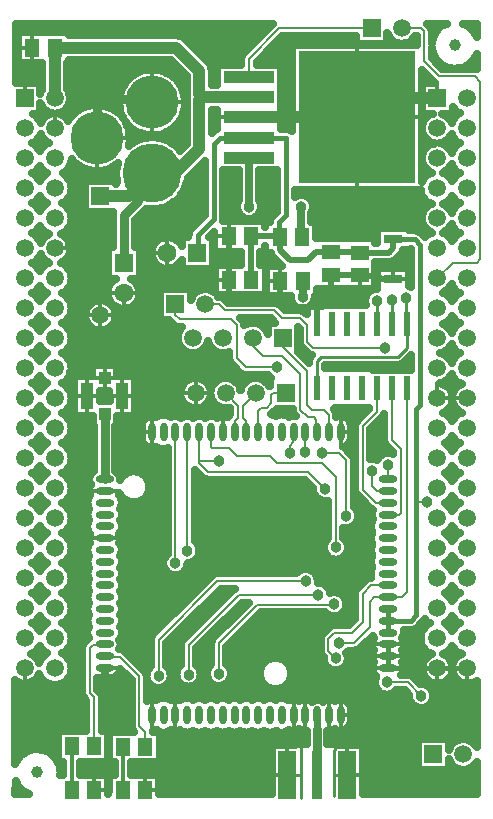
<source format=gbr>
G04 DipTrace 3.0.0.1*
G04 Top.gbr*
%MOIN*%
G04 #@! TF.FileFunction,Copper,L1,Top*
G04 #@! TF.Part,Single*
G04 #@! TA.AperFunction,Conductor*
%ADD14C,0.008*%
%ADD15C,0.02*%
%ADD16C,0.04*%
G04 #@! TA.AperFunction,CopperBalancing*
%ADD17C,0.025*%
G04 #@! TA.AperFunction,Conductor*
%ADD18C,0.01*%
%ADD19C,0.03*%
%ADD20C,0.015*%
%ADD21C,0.018*%
%ADD22C,0.029528*%
%ADD23C,0.023622*%
%ADD24C,0.012*%
G04 #@! TA.AperFunction,CopperBalancing*
%ADD25C,0.012992*%
%ADD27R,0.059843X0.159843*%
%ADD28R,0.033465X0.159843*%
%ADD29R,0.041339X0.043307*%
%ADD30R,0.043307X0.088583*%
G04 #@! TA.AperFunction,ComponentPad*
%ADD31R,0.062992X0.062992*%
%ADD32C,0.062992*%
%ADD33R,0.051181X0.059055*%
%ADD34R,0.059055X0.051181*%
%ADD36R,0.062992X0.031496*%
G04 #@! TA.AperFunction,ComponentPad*
%ADD37R,0.059055X0.059055*%
%ADD38C,0.059055*%
%ADD40C,0.03937*%
G04 #@! TA.AperFunction,ComponentPad*
%ADD41C,0.177165*%
%ADD42C,0.19685*%
%ADD46O,0.062992X0.023622*%
%ADD47O,0.023622X0.062992*%
%ADD52R,0.023622X0.07874*%
%ADD53R,0.170472X0.040157*%
%ADD54R,0.390157X0.440157*%
G04 #@! TA.AperFunction,ViaPad*
%ADD55C,0.038*%
%FSLAX26Y26*%
G04*
G70*
G90*
G75*
G01*
G04 Top*
%LPD*%
X1126378Y1762992D2*
D14*
X1168378Y1720992D1*
Y1697941D1*
X1167984Y1697547D1*
Y1681433D1*
X1156299Y1669748D1*
Y1634252D1*
X1226378Y1762992D2*
X1184378Y1720992D1*
Y1691314D1*
X1183984Y1690920D1*
Y1681433D1*
X1195669Y1669748D1*
Y1634252D1*
X1613701Y2978701D2*
X1305472D1*
X1204331Y2877559D1*
Y2816142D1*
X1136220Y2285433D2*
D15*
Y2141339D1*
X1137795Y2139764D1*
X1685039Y2142126D2*
X1646063D1*
X1635433Y2152756D1*
X1579134D1*
X1574803Y2157087D1*
X1478346D1*
X1477559Y2157874D1*
X1137795Y2139764D2*
Y2092520D1*
X1157874Y2072441D1*
X1294094D1*
X1309449Y2087795D1*
Y2135433D1*
X1308268Y2136614D1*
Y2068504D1*
X1327165Y2049606D1*
X1427383D1*
X1452756D1*
X1477165Y2074016D1*
Y2157480D1*
X1430709Y1992520D2*
Y2046281D1*
X1427383Y2049606D1*
X1204331Y2682283D2*
D16*
X1564173D1*
X1832283Y2745669D2*
X1627559D1*
X1564173Y2682283D1*
X724409Y846457D2*
D17*
Y811024D1*
X712598Y799213D1*
X1496063Y610236D2*
D18*
Y581063D1*
X1488701Y573701D1*
Y489370D1*
Y418701D1*
X1531890Y489370D2*
X1488701D1*
X1377953Y610236D2*
Y489764D1*
Y414449D1*
X1378701Y413701D1*
X1332283Y489764D2*
X1377953D1*
X685039Y438071D2*
D14*
Y508071D1*
X860039D2*
Y440039D1*
X858701Y438701D1*
X696850Y2614173D2*
D19*
Y2726850D1*
X713701Y2743701D1*
X870472D1*
X881890Y2732283D1*
X1668110Y925591D2*
D20*
Y886220D1*
Y846850D1*
X1831102D1*
X1832283Y845669D1*
X1932283D1*
X1204331Y2615354D2*
D21*
X1107874D1*
X1087402Y2594882D1*
Y2343307D1*
X1033071Y2288976D1*
Y2231102D1*
X1032677Y2230709D1*
X1204331Y2615354D2*
D20*
X1327559D1*
Y2355512D1*
X1304331Y2332283D1*
Y2284646D1*
X1306299Y2282677D1*
X1211024Y2285433D2*
D15*
X1303543D1*
X1306299Y2282677D1*
X1211024Y2285433D2*
Y2141339D1*
X1212598Y2139764D1*
X1306299Y2282677D2*
Y2241732D1*
X1340945Y2207087D1*
X1402756D1*
X1428346Y2232677D1*
X1477559D1*
X1574016D1*
X1574803Y2231890D1*
X1671654D1*
X1685827Y2246063D1*
Y2275197D1*
X1685039Y2275984D1*
X1668110Y964961D2*
D21*
Y1004331D1*
Y1043701D1*
Y1004331D2*
X1744488D1*
X1762598Y1022441D1*
Y1398701D1*
Y1709449D1*
X1775984Y1722835D1*
Y2256299D1*
X1756299Y2275984D1*
X1685039D1*
X1798701Y1398701D2*
D14*
X1762598D1*
X1668110Y1476772D2*
Y1524016D1*
X1317323Y1947638D2*
Y1916142D1*
X1397244Y1836220D1*
Y1723622D1*
X1414567Y1706299D1*
X1455512D1*
X1470472Y1691339D1*
Y1635039D1*
X1471260Y1634252D1*
X1217323Y1947638D2*
Y1919291D1*
X1249606Y1887008D1*
X1315354D1*
X1375591Y1826772D1*
Y1707087D1*
X1399606Y1683071D1*
X1419685D1*
X1429528Y1673228D1*
Y1636614D1*
X1431890Y1634252D1*
X1392520Y1566929D2*
Y1634252D1*
X1340945Y1564173D2*
Y1587402D1*
X1352756Y1599213D1*
Y1633858D1*
X1353150Y1634252D1*
X1326378Y1762992D2*
X1284252D1*
X1278740Y1757480D1*
Y1730315D1*
X1262992Y1714567D1*
X1245669D1*
X1234646Y1703543D1*
Y1634646D1*
X1235039Y1634252D1*
X1730709Y1779921D2*
Y1717323D1*
X1731496Y1718110D1*
Y1101181D1*
X1712992Y1082677D1*
X1668504D1*
X1668110Y1083071D1*
X1504724Y930709D2*
X1555906D1*
X1607874Y982677D1*
Y1068504D1*
X1622441Y1083071D1*
X1668110D1*
X1431890Y489764D2*
D22*
Y643110D1*
D23*
Y689370D1*
X723622Y1694488D2*
D22*
Y1477165D1*
D23*
X723228Y1476772D1*
X859488Y583583D2*
D14*
Y632913D1*
X838701Y653701D1*
Y818701D1*
X773701Y883701D1*
X725748D1*
X723228Y886220D1*
X688228Y585551D2*
Y749173D1*
X673701Y763701D1*
Y913701D1*
X683701Y923701D1*
X721339D1*
X723228Y925591D1*
X784685Y583583D2*
D24*
Y439488D1*
X783898Y438701D1*
X613425Y585551D2*
Y440276D1*
X613031Y439882D1*
X709055Y2419685D2*
D16*
X805512D1*
X881890Y2496063D1*
X556299Y2914567D2*
Y2746850D1*
X557480Y2745669D1*
X556299Y2914567D2*
X961811D1*
X1038189Y2838189D1*
Y2759449D1*
X1048819Y2748819D1*
X1203937D1*
X1204331Y2749213D1*
X881890Y2496063D2*
X957874D1*
X1039370Y2577559D1*
Y2739370D1*
X1048819Y2748819D1*
X786614Y2197244D2*
D19*
Y2356299D1*
X833465Y2403150D1*
Y2447638D1*
X881890Y2496063D1*
X1204331Y2548425D2*
D17*
Y2384252D1*
X1378740D2*
Y2285039D1*
X1381102Y2282677D1*
X1383071Y2136614D2*
X1383465Y2084646D1*
X1430709Y1779921D2*
D18*
Y1868898D1*
X1444882Y1883071D1*
X1699606D1*
X1730709Y1914173D1*
Y1992520D1*
X1728740Y2081496D2*
Y1994488D1*
X1730709Y1992520D1*
X1713701Y2978701D2*
D14*
X1778701D1*
X1788701Y2968701D1*
Y2868701D1*
X1838701Y2818701D1*
X1957283D1*
X1975197Y2800787D1*
Y2210236D1*
X1963386Y2198425D1*
X1885039D1*
X1832283Y2145669D1*
X1663701Y798701D2*
X1733701D1*
X1778701Y753701D1*
X1058701Y2058701D2*
X1103701D1*
X1123701Y2038701D1*
X1288701D1*
X1313701Y2013701D1*
X1373701D1*
X1398701Y1988701D1*
Y1933701D1*
X1418701Y1913701D1*
X1658701D1*
X1668110Y1122441D2*
X1612441D1*
X1583701Y1093701D1*
Y998701D1*
X1548701Y963701D1*
X1488701D1*
X1468701Y943701D1*
Y903701D1*
X1493701Y878701D1*
X1668110Y1437402D2*
X1630000D1*
X1613701Y1453701D1*
Y1503701D1*
X958701Y2058701D2*
Y2023701D1*
X973701Y2008701D1*
X1143701D1*
X1163701Y1988701D1*
Y1878701D1*
X1193701Y1848701D1*
X1298701D1*
X1448701Y1563701D2*
X1503701D1*
X1528701Y1538701D1*
Y1353701D1*
X1680709Y1992520D2*
D18*
Y2070866D1*
X1682677Y2072835D1*
X1630709Y1779921D2*
D14*
Y1700394D1*
X1583701Y1653386D1*
Y1440709D1*
X1628346Y1396063D1*
X1666142D1*
X1668110Y1398031D1*
X1103937Y827559D2*
Y929134D1*
X1232677Y1057874D1*
X1487008D1*
X1488583Y1059449D1*
X998819Y1634252D2*
Y1237402D1*
X1038189Y1634252D2*
Y1536614D1*
Y1529921D1*
X1068110Y1500000D1*
X1402402D1*
X1458701Y1443701D1*
X1103150Y1536614D2*
X1038189D1*
X1003150Y825197D2*
Y923228D1*
X1169685Y1089764D1*
X1434252D1*
X1435039Y1090551D1*
X959449Y1634252D2*
Y1196457D1*
X903150Y820866D2*
Y940945D1*
X1099213Y1137008D1*
X1393307D1*
X1077559Y1634252D2*
Y1582677D1*
X1081496Y1578740D1*
X1137402D1*
X1162992Y1553150D1*
X1274803D1*
X1297638Y1530315D1*
X1448031D1*
X1493701Y1484646D1*
Y1248701D1*
X1631890Y2071260D2*
D18*
Y1993701D1*
X1630709Y1992520D1*
X1680709Y1779921D2*
D14*
Y1607087D1*
X1710630Y1577165D1*
Y1364961D1*
X1703937Y1358268D1*
X1668504D1*
X1668110Y1358661D1*
D55*
X712598Y799213D3*
X685039Y508071D3*
X860039D3*
X1798701Y1398701D3*
X1668110Y1524016D3*
X1392520Y1566929D3*
X1340945Y1564173D3*
X1504724Y930709D3*
X1204331Y2384252D3*
X1378740D3*
X1383465Y2084646D3*
X1728740Y2081496D3*
X1663701Y798701D3*
X1778701Y753701D3*
X1658701Y1913701D3*
X1493701Y878701D3*
X1613701Y1503701D3*
X1298701Y1848701D3*
X1448701Y1563701D3*
X1528701Y1353701D3*
X1613701Y1503701D3*
X1682677Y2072835D3*
X1103937Y827559D3*
X1488583Y1059449D3*
X998819Y1237402D3*
X1458701Y1443701D3*
X1103150Y1536614D3*
X1003150Y825197D3*
X1435039Y1090551D3*
X959449Y1196457D3*
X903150Y820866D3*
X1393307Y1137008D3*
X1493701Y1248701D3*
X1631890Y2071260D3*
X1668110Y2785827D3*
X1468110Y2781102D3*
X1668110Y2585827D3*
X1468110Y2581102D3*
X1496063Y610236D3*
X1377953D3*
X1594488D3*
Y688976D3*
Y767717D3*
X1496063D3*
X1417323D3*
X1259843Y610236D3*
Y531496D3*
X1594488D3*
X1673228Y610236D3*
Y531496D3*
X1181102D3*
Y610236D3*
X846457Y1909449D3*
Y1850394D3*
X767717Y1909449D3*
X846457Y1692913D3*
X688976Y1909449D3*
X846457Y1771654D3*
X767717Y1535433D3*
X669291D3*
X767717Y1633858D3*
X669291D3*
X610236Y1909449D3*
Y1830709D3*
X1338583Y767717D3*
X1259843Y452756D3*
X1181102D3*
X1673228D3*
X1594488D3*
X428726Y2970190D2*
D17*
X1258394D1*
X1816664D2*
X1827047D1*
X992154Y2945322D2*
X1233539D1*
X1310659D2*
X1560151D1*
X1017104Y2920453D2*
X1208686D1*
X1285806D2*
X1345112D1*
X1042007Y2895584D2*
X1183783D1*
X1260903D2*
X1345112D1*
X605874Y2870715D2*
X944478D1*
X1066860D2*
X1176314D1*
X1236050D2*
X1345112D1*
X1951283D2*
X1961055D1*
X428726Y2845846D2*
X512299D1*
X600307D2*
X969331D1*
X1081459D2*
X1095096D1*
X1313588D2*
X1345112D1*
X1850112D2*
X1876508D1*
X1905386D2*
X1961079D1*
X428726Y2820978D2*
X512299D1*
X600307D2*
X814203D1*
X949575D2*
X994184D1*
X1082192D2*
X1095130D1*
X1313588D2*
X1345112D1*
X1783266D2*
X1797862D1*
X600307Y2796109D2*
X789692D1*
X974087D2*
X994184D1*
X1082192D2*
X1095130D1*
X1313588D2*
X1345112D1*
X604115Y2771240D2*
X776411D1*
X1313588D2*
X1345112D1*
X611000Y2746371D2*
X770210D1*
X1313588D2*
X1345112D1*
X604946Y2721503D2*
X669867D1*
X723794D2*
X769819D1*
X1313588D2*
X1345112D1*
X511000Y2696634D2*
X540864D1*
X574087D2*
X621430D1*
X1083364D2*
X1095087D1*
X1313588D2*
X1345112D1*
X1885806D2*
X1902680D1*
X976332Y2671765D2*
X995356D1*
X1083364D2*
X1095087D1*
X1313588D2*
X1345112D1*
X953871Y2646896D2*
X995356D1*
X1083364D2*
X1095087D1*
X1313588D2*
X1345112D1*
X809146Y2622028D2*
X995356D1*
X488003Y2597159D2*
X532906D1*
X948891D2*
X995356D1*
X1783266D2*
X1813959D1*
X1850600D2*
X1901752D1*
X611000Y2522552D2*
X633344D1*
X1045571D2*
X1054391D1*
X488882Y2497684D2*
X526070D1*
X588882D2*
X759467D1*
X1020668D2*
X1054390D1*
X1120424D2*
X1167818D1*
X1240835D2*
X1296039D1*
X1783266D2*
X1808979D1*
X1855580D2*
X1900874D1*
X608999Y2472815D2*
X761762D1*
X1002016D2*
X1054390D1*
X1120424D2*
X1167818D1*
X1240835D2*
X1296039D1*
X615932Y2447946D2*
X655512D1*
X994252D2*
X1054390D1*
X1120424D2*
X1167818D1*
X1240835D2*
X1296039D1*
X611244Y2423077D2*
X655512D1*
X979555D2*
X1054390D1*
X1120424D2*
X1167818D1*
X1240835D2*
X1296039D1*
X1392787D2*
X1778510D1*
X489760Y2398209D2*
X525239D1*
X589760D2*
X655512D1*
X953726D2*
X1054390D1*
X1120424D2*
X1163814D1*
X1244839D2*
X1296039D1*
X1419252D2*
X1800043D1*
X1864566D2*
X1900043D1*
X608706Y2373340D2*
X655512D1*
X857778D2*
X1054390D1*
X1120424D2*
X1162836D1*
X1245815D2*
X1296039D1*
X1420230D2*
X1786908D1*
X615932Y2348471D2*
X747602D1*
X832924D2*
X1046919D1*
X1120424D2*
X1182856D1*
X1225795D2*
X1277778D1*
X1415248D2*
X1778852D1*
X611490Y2323602D2*
X747602D1*
X825600D2*
X1022066D1*
X1430678D2*
X1783783D1*
X490542Y2298734D2*
X524408D1*
X590542D2*
X747602D1*
X825600D2*
X1001655D1*
X1430678D2*
X1629535D1*
X1779115D2*
X1809760D1*
X1854799D2*
X1899214D1*
X602504Y2273865D2*
X747602D1*
X825600D2*
X899408D1*
X965932D2*
X977192D1*
X610903Y2248996D2*
X731098D1*
X842104D2*
X880415D1*
X606215Y2224127D2*
X731098D1*
X842104D2*
X877583D1*
X1088150D2*
X1177046D1*
X1245034D2*
X1277680D1*
X1710951D2*
X1742963D1*
X491371Y2199259D2*
X533783D1*
X581167D2*
X731098D1*
X842104D2*
X887543D1*
X1088150D2*
X1177046D1*
X1245034D2*
X1301703D1*
X1628335D2*
X1742963D1*
X608071Y2174390D2*
X731098D1*
X842104D2*
X1088227D1*
X615883Y2149521D2*
X731098D1*
X842104D2*
X1088227D1*
X611928Y2124652D2*
X738764D1*
X834487D2*
X1088227D1*
X492104Y2099783D2*
X522846D1*
X592104D2*
X731196D1*
X842055D2*
X905171D1*
X1012222D2*
X1025923D1*
X1432680D2*
X1600630D1*
X1857094D2*
X1897651D1*
X607778Y2074915D2*
X736030D1*
X837172D2*
X905171D1*
X1126039D2*
X1341646D1*
X1425259D2*
X1589058D1*
X615835Y2050046D2*
X663911D1*
X813198D2*
X905171D1*
X1315932D2*
X1359907D1*
X612123Y2025177D2*
X655610D1*
X762466D2*
X905171D1*
X492836Y2000308D2*
X522114D1*
X592836D2*
X660395D1*
X757730D2*
X943550D1*
X1188882D2*
X1288520D1*
X1867642D2*
X1896919D1*
X607436Y1975440D2*
X685786D1*
X732339D2*
X972016D1*
X615786Y1950571D2*
X963862D1*
X612319Y1925702D2*
X968744D1*
X493570Y1900833D2*
X521382D1*
X593570D2*
X994478D1*
X1040151D2*
X1094478D1*
X1371206D2*
X1393012D1*
X1859146D2*
X1896186D1*
X607094Y1875965D2*
X1135835D1*
X1732486D2*
X1743024D1*
X615738Y1851096D2*
X678950D1*
X768276D2*
X1152730D1*
X1459731D2*
X1742963D1*
X612514Y1826227D2*
X678950D1*
X768276D2*
X1179146D1*
X494252Y1801358D2*
X520698D1*
X594252D2*
X618891D1*
X828335D2*
X990230D1*
X1062514D2*
X1090230D1*
X1162514D2*
X1190230D1*
X1262514D2*
X1272848D1*
X1860073D2*
X1895503D1*
X606752Y1776490D2*
X618942D1*
X828335D2*
X974654D1*
X1875454D2*
X1889106D1*
X710219Y1751621D2*
X737007D1*
X828335D2*
X974115D1*
X828335Y1726752D2*
X987934D1*
X1064810D2*
X1087934D1*
X494936Y1701883D2*
X520014D1*
X594936D2*
X618891D1*
X828335D2*
X1140375D1*
X1288882D2*
X1348139D1*
X1496206D2*
X1593647D1*
X1861000D2*
X1903559D1*
X606411Y1677014D2*
X681050D1*
X766176D2*
X854194D1*
X1537172D2*
X1568744D1*
X615639Y1652146D2*
X686958D1*
X760268D2*
X844916D1*
X1546450D2*
X1555684D1*
X1621010D2*
X1652730D1*
X612906Y1627277D2*
X686958D1*
X760268D2*
X844916D1*
X1546450D2*
X1555684D1*
X1611684D2*
X1652730D1*
X495571Y1602408D2*
X519379D1*
X595571D2*
X686958D1*
X760268D2*
X847211D1*
X1544155D2*
X1555732D1*
X1611684D2*
X1653119D1*
X1870375D2*
X1894184D1*
X606070Y1577539D2*
X686958D1*
X760268D2*
X907759D1*
X1528432D2*
X1555707D1*
X1611684D2*
X1671675D1*
X615542Y1552671D2*
X686958D1*
X760268D2*
X931440D1*
X1611684D2*
X1637007D1*
X613051Y1527802D2*
X686958D1*
X760268D2*
X931440D1*
X496206Y1502933D2*
X518744D1*
X596206D2*
X684028D1*
X762466D2*
X931440D1*
X1871010D2*
X1893550D1*
X605678Y1478064D2*
X669867D1*
X867251D2*
X931440D1*
X1026822D2*
X1052631D1*
X615492Y1453196D2*
X671723D1*
X874916D2*
X931440D1*
X1026822D2*
X1410639D1*
X613247Y1428327D2*
X668990D1*
X869887D2*
X931440D1*
X1026822D2*
X1418744D1*
X496791Y1403458D2*
X518159D1*
X596791D2*
X663130D1*
X783315D2*
X796432D1*
X844496D2*
X931440D1*
X1026822D2*
X1465718D1*
X1556703D2*
X1582367D1*
X1871596D2*
X1892963D1*
X605287Y1378589D2*
X668062D1*
X778432D2*
X931440D1*
X1026822D2*
X1465718D1*
X1563150D2*
X1607270D1*
X615395Y1353720D2*
X663080D1*
X783412D2*
X931440D1*
X1026822D2*
X1465718D1*
X1571694D2*
X1612983D1*
X613394Y1328852D2*
X663959D1*
X782486D2*
X931440D1*
X1026822D2*
X1465718D1*
X1563198D2*
X1608832D1*
X497427Y1303983D2*
X517573D1*
X597427D2*
X665912D1*
X780531D2*
X931440D1*
X1026822D2*
X1465718D1*
X1521694D2*
X1610835D1*
X1872182D2*
X1892378D1*
X604898Y1279114D2*
X667719D1*
X778726D2*
X931440D1*
X1026822D2*
X1464448D1*
X1522963D2*
X1607612D1*
X615346Y1254245D2*
X665278D1*
X781167D2*
X931440D1*
X1038150D2*
X1451070D1*
X1536343D2*
X1610151D1*
X613588Y1229377D2*
X664399D1*
X782046D2*
X931440D1*
X1041030D2*
X1455610D1*
X1531802D2*
X1609272D1*
X497963Y1204508D2*
X516987D1*
X597963D2*
X662886D1*
X783559D2*
X917280D1*
X1024966D2*
X1607759D1*
X1872768D2*
X1891791D1*
X604507Y1179639D2*
X667134D1*
X779311D2*
X920112D1*
X998794D2*
X1612007D1*
X615248Y1154770D2*
X663374D1*
X783071D2*
X1078412D1*
X1432192D2*
X1608295D1*
X613735Y1129902D2*
X663471D1*
X782974D2*
X1053559D1*
X1447134D2*
X1581343D1*
X498550Y1105033D2*
X516402D1*
X598550D2*
X666938D1*
X779555D2*
X1028656D1*
X1105776D2*
X1146382D1*
X1475356D2*
X1558344D1*
X1873354D2*
X1891206D1*
X604115Y1080164D2*
X662836D1*
X783608D2*
X1003803D1*
X1080923D2*
X1121528D1*
X1525894D2*
X1555707D1*
X615151Y1055295D2*
X664546D1*
X781899D2*
X978950D1*
X1056070D2*
X1096675D1*
X1173794D2*
X1191547D1*
X1531362D2*
X1555707D1*
X613882Y1030427D2*
X665131D1*
X781362D2*
X954047D1*
X1031215D2*
X1071772D1*
X1148891D2*
X1166646D1*
X1243814D2*
X1457856D1*
X1519350D2*
X1555707D1*
X499087Y1005558D2*
X515864D1*
X599087D2*
X662739D1*
X783706D2*
X929194D1*
X1006314D2*
X1046919D1*
X1124038D2*
X1141791D1*
X1218911D2*
X1551996D1*
X1873891D2*
X1890668D1*
X503726Y980689D2*
X511261D1*
X603726D2*
X666108D1*
X780336D2*
X904340D1*
X981459D2*
X1022066D1*
X1099184D2*
X1116938D1*
X1194058D2*
X1467134D1*
X1766274D2*
X1786055D1*
X1878530D2*
X1886077D1*
X615054Y955820D2*
X663862D1*
X782631D2*
X879927D1*
X956606D2*
X997163D1*
X1074282D2*
X1092084D1*
X1169203D2*
X1443744D1*
X1722328D2*
X1774702D1*
X614028Y930951D2*
X652436D1*
X778286D2*
X875142D1*
X931703D2*
X976362D1*
X1049428D2*
X1076020D1*
X1144302D2*
X1440718D1*
X1594692D2*
X1613031D1*
X1723159D2*
X1775727D1*
X499623Y906083D2*
X515327D1*
X599623D2*
X645698D1*
X788442D2*
X875142D1*
X931167D2*
X975142D1*
X1031167D2*
X1075923D1*
X1131948D2*
X1440718D1*
X1565004D2*
X1618940D1*
X1717299D2*
X1790131D1*
X1874428D2*
X1890131D1*
X496596Y881214D2*
X511664D1*
X603286D2*
X645698D1*
X814760D2*
X875142D1*
X931167D2*
X975142D1*
X1031167D2*
X1075923D1*
X1131948D2*
X1450776D1*
X1536635D2*
X1612983D1*
X1723207D2*
X1793159D1*
X1871402D2*
X1893159D1*
X614955Y856345D2*
X645698D1*
X839614D2*
X875142D1*
X931167D2*
X974751D1*
X1031558D2*
X1072944D1*
X1134927D2*
X1246332D1*
X1339467D2*
X1457416D1*
X1529995D2*
X1614008D1*
X1722231D2*
X1779878D1*
X614175Y831476D2*
X645698D1*
X774966D2*
X787348D1*
X944740D2*
X960656D1*
X1045668D2*
X1061160D1*
X1146743D2*
X1238471D1*
X1347328D2*
X1616352D1*
X1719839D2*
X1780756D1*
X492836Y806608D2*
X514839D1*
X600112D2*
X645698D1*
X701723D2*
X810688D1*
X943570D2*
X964692D1*
X1041615D2*
X1066791D1*
X1141079D2*
X1243354D1*
X1342446D2*
X1621479D1*
X1764370D2*
X1796967D1*
X1867592D2*
X1896967D1*
X428726Y781739D2*
X645698D1*
X701723D2*
X810688D1*
X866714D2*
X890180D1*
X916077D2*
X1268159D1*
X1317642D2*
X1624408D1*
X1810415D2*
X1961079D1*
X428726Y756870D2*
X646626D1*
X715054D2*
X810688D1*
X866714D2*
X1735835D1*
X1821596D2*
X1961079D1*
X428726Y732001D2*
X660248D1*
X716226D2*
X810688D1*
X1537270D2*
X1741987D1*
X1815395D2*
X1961079D1*
X428726Y707133D2*
X660248D1*
X716226D2*
X810688D1*
X1546450D2*
X1961079D1*
X428726Y682264D2*
X660248D1*
X716226D2*
X810688D1*
X1546450D2*
X1961079D1*
X428726Y657395D2*
X660248D1*
X716226D2*
X810688D1*
X1544106D2*
X1961079D1*
X428726Y632526D2*
X563814D1*
X931850D2*
X987007D1*
X1010577D2*
X1026411D1*
X1050000D2*
X1065766D1*
X1089325D2*
X1105122D1*
X1128726D2*
X1144554D1*
X1168080D2*
X1183898D1*
X1207486D2*
X1223245D1*
X1246840D2*
X1262592D1*
X1286175D2*
X1301996D1*
X1325606D2*
X1395210D1*
X1468570D2*
X1961079D1*
X428726Y607657D2*
X563814D1*
X909096D2*
X1395210D1*
X1468570D2*
X1765180D1*
X1872231D2*
X1901802D1*
X1935610D2*
X1961079D1*
X428726Y582789D2*
X563814D1*
X909096D2*
X1278364D1*
X1585806D2*
X1765180D1*
X428726Y557920D2*
X446115D1*
X551332D2*
X563814D1*
X909096D2*
X1278364D1*
X1585806D2*
X1765180D1*
X570474Y533051D2*
X583407D1*
X643423D2*
X735102D1*
X909096D2*
X1278364D1*
X1585806D2*
X1765180D1*
X643423Y508182D2*
X754682D1*
X814663D2*
X1278364D1*
X1585806D2*
X1765180D1*
X1872231D2*
X1909028D1*
X1928386D2*
X1961079D1*
X908315Y483314D2*
X1278364D1*
X1585806D2*
X1961079D1*
X908315Y458445D2*
X1278364D1*
X1585806D2*
X1961079D1*
X428726Y433576D2*
X453706D1*
X908315D2*
X1278364D1*
X1585806D2*
X1961079D1*
X707718Y1735547D2*
X739554D1*
X739524Y1769441D1*
X707720Y1769335D1*
Y1735555D1*
X521709Y2965594D2*
X603390D1*
Y2956073D1*
X965067Y2955940D1*
X971499Y2954920D1*
X977693Y2952908D1*
X983495Y2949951D1*
X988764Y2946123D1*
X1061866Y2873201D1*
X1069745Y2865140D1*
X1073573Y2859873D1*
X1076530Y2854071D1*
X1078542Y2847877D1*
X1079562Y2841445D1*
X1079689Y2790289D1*
X1097598Y2790319D1*
X1097594Y2857720D1*
X1178795D1*
X1179144Y2881549D1*
X1180772Y2887318D1*
X1183701Y2892547D1*
X1186299Y2895591D1*
X1285774Y2995066D1*
X426210Y2995059D1*
X426453Y2796697D1*
X508508D1*
Y2760008D1*
X512014Y2768836D1*
X514798Y2773567D1*
X514799Y2863501D1*
X434406Y2863539D1*
Y2965594D1*
X521709D1*
X603390Y2873066D2*
Y2863539D1*
X597774D1*
X597799Y2776920D1*
X602946Y2768836D1*
X606010Y2761438D1*
X607879Y2753652D1*
X608508Y2745669D1*
X607879Y2737686D1*
X606010Y2729900D1*
X602946Y2722503D1*
X598762Y2715676D1*
X593562Y2709588D1*
X587474Y2704387D1*
X580647Y2700203D1*
X573249Y2697139D1*
X567566Y2695688D1*
X574203Y2693878D1*
X581084Y2690909D1*
X587455Y2686965D1*
X593180Y2682130D1*
X598134Y2676509D1*
X602159Y2670315D1*
X609282Y2680882D1*
X617406Y2690375D1*
X626551Y2698886D1*
X636602Y2706306D1*
X647429Y2712539D1*
X658894Y2717505D1*
X670846Y2721140D1*
X683134Y2723398D1*
X695598Y2724249D1*
X708079Y2723682D1*
X720415Y2721705D1*
X732446Y2718343D1*
X744021Y2713638D1*
X754987Y2707652D1*
X765205Y2700463D1*
X774541Y2692163D1*
X782878Y2682857D1*
X784476Y2681010D1*
X779294Y2692379D1*
X775433Y2704260D1*
X772944Y2716503D1*
X771857Y2728949D1*
X772189Y2741438D1*
X773932Y2753808D1*
X777067Y2765903D1*
X781551Y2777563D1*
X787328Y2788640D1*
X794322Y2798992D1*
X802445Y2808486D1*
X811591Y2816996D1*
X821642Y2824416D1*
X832469Y2830650D1*
X843933Y2835615D1*
X855886Y2839251D1*
X868173Y2841508D1*
X880638Y2842360D1*
X893118Y2841793D1*
X905454Y2839815D1*
X917486Y2836453D1*
X929060Y2831748D1*
X940026Y2825762D1*
X950244Y2818573D1*
X959580Y2810273D1*
X967917Y2800967D1*
X975146Y2790778D1*
X981173Y2779835D1*
X985921Y2768280D1*
X989329Y2756260D1*
X991354Y2743932D1*
X991972Y2732283D1*
X991264Y2719810D1*
X989146Y2707497D1*
X985647Y2695504D1*
X980811Y2683986D1*
X974702Y2673088D1*
X967396Y2662953D1*
X958991Y2653710D1*
X949591Y2645480D1*
X939319Y2638369D1*
X928308Y2632466D1*
X916699Y2627849D1*
X904642Y2624577D1*
X892291Y2622693D1*
X879807Y2622220D1*
X867350Y2623165D1*
X855080Y2625516D1*
X843155Y2629240D1*
X831728Y2634294D1*
X820949Y2640608D1*
X810954Y2648104D1*
X801873Y2656684D1*
X793899Y2666136D1*
X799140Y2654856D1*
X803091Y2643003D1*
X805673Y2630780D1*
X806854Y2618343D1*
X806677Y2606678D1*
X805121Y2594283D1*
X803474Y2586798D1*
X811399Y2593084D1*
X819230Y2598316D1*
X827445Y2602917D1*
X835996Y2606860D1*
X844831Y2610118D1*
X853894Y2612675D1*
X863130Y2614512D1*
X872480Y2615618D1*
X881890Y2615988D1*
X891299Y2615618D1*
X900650Y2614512D1*
X909886Y2612675D1*
X918949Y2610118D1*
X927783Y2606860D1*
X936335Y2602917D1*
X944550Y2598316D1*
X952381Y2593084D1*
X959776Y2587255D1*
X966690Y2580864D1*
X974835Y2571724D1*
X997894Y2594772D1*
X997997Y2742626D1*
X998383Y2745874D1*
X996816Y2756193D1*
X996689Y2821021D1*
X944589Y2873098D1*
X603364Y2873067D1*
X1176433Y2336461D2*
X1258114D1*
Y2316978D1*
X1259209Y2319150D1*
Y2333705D1*
X1275371D1*
X1276133Y2339054D1*
X1278491Y2345449D1*
X1282280Y2351118D1*
X1298567Y2367533D1*
X1298559Y2506831D1*
X1238362Y2506846D1*
X1238331Y2406286D1*
X1241748Y2399751D1*
X1243711Y2393706D1*
X1244706Y2387429D1*
Y2381075D1*
X1243711Y2374798D1*
X1241748Y2368753D1*
X1238862Y2363091D1*
X1235127Y2357949D1*
X1230634Y2353455D1*
X1225492Y2349720D1*
X1219829Y2346835D1*
X1213785Y2344871D1*
X1207508Y2343877D1*
X1201154D1*
X1194877Y2344871D1*
X1188832Y2346835D1*
X1183169Y2349720D1*
X1178028Y2353455D1*
X1173534Y2357949D1*
X1169799Y2363091D1*
X1166913Y2368753D1*
X1164950Y2374798D1*
X1163955Y2381075D1*
Y2387429D1*
X1164950Y2393706D1*
X1166913Y2399751D1*
X1170331Y2406209D1*
Y2506860D1*
X1117854Y2506846D1*
X1117807Y2340915D1*
X1117524Y2338526D1*
X1119130Y2336461D1*
X1176433D1*
X1258114Y2253892D2*
Y2234406D1*
X1242538D1*
X1242524Y2190756D1*
X1259689Y2190791D1*
Y2088736D1*
X1099983Y2088694D1*
X1102860Y2084202D1*
X1107690Y2083887D1*
X1113459Y2082260D1*
X1118689Y2079331D1*
X1121732Y2076732D1*
X1134265Y2064199D1*
X1290702Y2064122D1*
X1296581Y2062953D1*
X1302025Y2060444D1*
X1306732Y2056732D1*
X1324238Y2039227D1*
X1375702Y2039122D1*
X1381581Y2037953D1*
X1387025Y2035444D1*
X1391732Y2031732D1*
X1397429Y2026035D1*
X1397398Y2046621D1*
X1389801Y2044644D1*
X1383465Y2044146D1*
X1377129Y2044644D1*
X1370949Y2046127D1*
X1365077Y2048560D1*
X1359659Y2051881D1*
X1354827Y2056008D1*
X1350699Y2060840D1*
X1347379Y2066259D1*
X1344946Y2072130D1*
X1343463Y2078310D1*
X1343001Y2085576D1*
X1261177Y2085587D1*
Y2187642D1*
X1315836D1*
X1282346Y2221274D1*
X1278232Y2227432D1*
X1277193Y2229686D1*
X1265890Y2231650D1*
X1259209D1*
Y2253963D1*
X1428240Y2279768D2*
X1528587D1*
Y2278937D1*
X1625831Y2278980D1*
Y2263404D1*
X1632043Y2263736D1*
Y2313232D1*
X1738035D1*
Y2306445D1*
X1758692Y2306390D1*
X1765724Y2304992D1*
X1772235Y2301990D1*
X1777866Y2297551D1*
X1791434Y2283982D1*
X1795902Y2288266D1*
X1803013Y2293434D1*
X1810845Y2297425D1*
X1813280Y2298323D1*
X1805622Y2302161D1*
X1799144Y2306867D1*
X1793482Y2312530D1*
X1788776Y2319008D1*
X1785140Y2326142D1*
X1782665Y2333757D1*
X1781413Y2341665D1*
Y2349673D1*
X1782665Y2357581D1*
X1785140Y2365197D1*
X1788776Y2372331D1*
X1793482Y2378808D1*
X1799144Y2384471D1*
X1805622Y2389177D1*
X1813240Y2392991D1*
X1806852Y2395756D1*
X1799356Y2400348D1*
X1792672Y2406058D1*
X1786962Y2412741D1*
X1782370Y2420238D1*
X1779005Y2428358D1*
X1776954Y2436906D1*
X1776503Y2440711D1*
X1356563Y2440705D1*
X1356559Y2418138D1*
X1363241Y2421669D1*
X1369286Y2423633D1*
X1375563Y2424627D1*
X1381917D1*
X1388194Y2423633D1*
X1394239Y2421669D1*
X1399902Y2418783D1*
X1405043Y2415049D1*
X1409537Y2410555D1*
X1413272Y2405413D1*
X1416157Y2399751D1*
X1418121Y2393706D1*
X1419115Y2387429D1*
Y2381075D1*
X1418121Y2374798D1*
X1416157Y2368753D1*
X1412740Y2362295D1*
Y2333715D1*
X1428193Y2333705D1*
Y2279749D1*
X1523773Y2110783D2*
X1430159D1*
X1430161Y2085587D1*
X1423961D1*
X1423466Y2078310D1*
X1421983Y2072130D1*
X1419550Y2066259D1*
X1416230Y2060840D1*
X1412102Y2056008D1*
X1409192Y2053395D1*
X1442408Y2053390D1*
X1442406Y2058382D1*
X1593529D1*
X1591888Y2064924D1*
X1591390Y2071260D1*
X1591888Y2077596D1*
X1593371Y2083776D1*
X1595804Y2089647D1*
X1599125Y2095066D1*
X1603252Y2099898D1*
X1608084Y2104025D1*
X1613503Y2107345D1*
X1620152Y2109997D1*
X1523776Y2109996D1*
Y2110787D1*
X1625831Y2200398D2*
Y2111303D1*
X1632051Y2111753D1*
X1632043Y2179374D1*
X1738035D1*
X1738194Y2120877D1*
X1745491Y2118336D1*
X1745484Y2243684D1*
X1738035Y2238736D1*
X1716457Y2238710D1*
X1713894Y2231762D1*
X1709780Y2225605D1*
X1692112Y2207937D1*
X1685954Y2203823D1*
X1679007Y2201260D1*
X1671654Y2200390D1*
X1625804D1*
X749307Y489728D2*
X757168D1*
X757185Y532604D1*
X737594Y532555D1*
Y634610D1*
X821724D1*
X818071Y638713D1*
X815142Y643942D1*
X813514Y649711D1*
X813201Y653701D1*
Y808144D1*
X776164Y845175D1*
X775383Y839413D1*
X772904Y832352D1*
X768911Y826022D1*
X763604Y820744D1*
X757253Y816785D1*
X750180Y814341D1*
X742913Y813539D1*
X699194Y813845D1*
X699201Y774297D1*
X708858Y764161D1*
X711787Y758932D1*
X713415Y753163D1*
X713728Y749173D1*
Y636625D1*
X735319Y636579D1*
Y534524D1*
X640936D1*
X640925Y490874D1*
X734925Y490909D1*
Y426193D1*
X736807Y437673D1*
Y489728D1*
X749307D1*
X812148D2*
X905791D1*
Y426202D1*
X1280862Y426203D1*
Y591185D1*
X1358215D1*
X1358209Y594193D1*
X1397711D1*
X1397720Y636785D1*
X1392345Y636374D1*
X1384912Y637255D1*
X1377864Y639772D1*
X1372860Y642820D1*
X1367490Y639619D1*
X1360416Y637176D1*
X1352975Y636374D1*
X1345542Y637255D1*
X1338493Y639772D1*
X1338021Y640025D1*
X1331169Y635556D1*
X1325615Y633257D1*
X1319772Y631853D1*
X1313780Y631382D1*
X1307787Y631853D1*
X1301944Y633257D1*
X1296390Y635556D1*
X1294105Y636837D1*
X1289067Y634298D1*
X1283352Y632440D1*
X1277415Y631500D1*
X1271404D1*
X1265467Y632440D1*
X1259752Y634298D1*
X1254735Y636837D1*
X1249697Y634298D1*
X1243982Y632440D1*
X1238045Y631500D1*
X1232034D1*
X1226097Y632440D1*
X1220382Y634298D1*
X1215365Y636837D1*
X1210327Y634298D1*
X1204612Y632440D1*
X1198675Y631500D1*
X1192664D1*
X1186727Y632440D1*
X1181012Y634298D1*
X1175995Y636837D1*
X1170957Y634298D1*
X1165241Y632440D1*
X1159304Y631500D1*
X1153294D1*
X1147357Y632440D1*
X1141642Y634298D1*
X1136625Y636837D1*
X1131587Y634298D1*
X1125871Y632440D1*
X1119934Y631500D1*
X1113924D1*
X1107987Y632440D1*
X1102272Y634298D1*
X1097255Y636837D1*
X1092217Y634298D1*
X1086501Y632440D1*
X1080564Y631500D1*
X1074554D1*
X1068617Y632440D1*
X1062902Y634298D1*
X1057885Y636837D1*
X1052846Y634298D1*
X1047131Y632440D1*
X1041194Y631500D1*
X1035184D1*
X1029247Y632440D1*
X1023531Y634298D1*
X1018514Y636837D1*
X1013476Y634298D1*
X1007761Y632440D1*
X1001824Y631500D1*
X995814D1*
X989877Y632440D1*
X984161Y634298D1*
X978806Y637026D1*
X974617Y640028D1*
X969131Y637812D1*
X961772Y636455D1*
X954294Y636776D1*
X947077Y638757D1*
X944320Y640025D1*
X937469Y635556D1*
X931915Y633257D1*
X926071Y631853D1*
X920079Y631382D1*
X914087Y631853D1*
X906577Y633870D1*
X899898Y634610D1*
X904673D1*
X897564Y638697D1*
X895877Y640028D1*
X890391Y637812D1*
X884711Y636636D1*
X884909Y634907D1*
X899898Y634610D1*
X906579Y633878D1*
Y532555D1*
X812196D1*
X812185Y489686D1*
X760021Y2019549D2*
X759106Y2012112D1*
X757112Y2004888D1*
X754080Y1998035D1*
X750077Y1991701D1*
X745192Y1986020D1*
X739525Y1981115D1*
X733202Y1977094D1*
X726360Y1974043D1*
X719142Y1972026D1*
X711707Y1971089D1*
X704217Y1971249D1*
X696829Y1972507D1*
X689706Y1974831D1*
X682999Y1978173D1*
X676854Y1982462D1*
X671404Y1987605D1*
X666766Y1993491D1*
X663041Y1999991D1*
X660307Y2006969D1*
X658623Y2014270D1*
X658029Y2021739D1*
X658534Y2029215D1*
X660129Y2036537D1*
X662778Y2043546D1*
X666425Y2050092D1*
X670992Y2056033D1*
X676379Y2061240D1*
X682472Y2065604D1*
X689138Y2069028D1*
X696232Y2071437D1*
X703604Y2072782D1*
X711093Y2073034D1*
X718538Y2072186D1*
X725778Y2070256D1*
X732659Y2067287D1*
X739030Y2063343D1*
X744755Y2058508D1*
X749709Y2052887D1*
X753787Y2046601D1*
X756900Y2039785D1*
X758983Y2032587D1*
X759988Y2025161D1*
X760021Y2019549D1*
X1278795Y1998665D2*
X1292711D1*
X1278164Y2013175D1*
X1175273Y2013201D1*
X1184331Y2003689D1*
X1187260Y1998459D1*
X1188887Y1992690D1*
X1189122Y1990694D1*
X1197795Y1994781D1*
X1205411Y1997256D1*
X1213319Y1998508D1*
X1221327D1*
X1229235Y1997256D1*
X1236850Y1994781D1*
X1243984Y1991146D1*
X1250462Y1986440D1*
X1256125Y1980777D1*
X1260831Y1974299D1*
X1264466Y1967165D1*
X1266299Y1961824D1*
X1266295Y1998665D1*
X1278795D1*
X1368350Y1982991D2*
Y1901156D1*
X1404235Y1865293D1*
X1404535Y1873043D1*
X1406226Y1879039D1*
X1409269Y1884474D1*
X1413178Y1888845D1*
X1408942Y1890142D1*
X1403713Y1893071D1*
X1400669Y1895669D1*
X1378071Y1918713D1*
X1375142Y1923942D1*
X1373514Y1929711D1*
X1373201Y1933701D1*
Y1978184D1*
X1368344Y1982996D1*
X1350110Y1711965D2*
X1296497D1*
X1277980Y1693937D1*
X1276308Y1692820D1*
X1277415Y1692122D1*
X1283352Y1691182D1*
X1289067Y1689324D1*
X1294084Y1686785D1*
X1299122Y1689324D1*
X1304837Y1691182D1*
X1310774Y1692122D1*
X1316785D1*
X1322722Y1691182D1*
X1328437Y1689324D1*
X1333793Y1686596D1*
X1338026Y1683617D1*
X1345373Y1686328D1*
X1353150Y1687248D1*
X1360134Y1686486D1*
X1354961Y1692098D1*
X1352031Y1697328D1*
X1350404Y1703097D1*
X1350091Y1711920D1*
Y1707094D1*
X1664728Y2964348D2*
Y2927673D1*
X1562673D1*
Y2953210D1*
X1315996Y2953201D1*
X1229833Y2866999D1*
X1229831Y2857686D1*
X1311067Y2857720D1*
Y2644385D1*
X1329835Y2644265D1*
X1336521Y2642934D1*
X1342711Y2640081D1*
X1346400Y2637400D1*
X1347594Y2638205D1*
Y2923862D1*
X1763210D1*
X1763201Y2953222D1*
X1757209Y2952039D1*
X1752503Y2945562D1*
X1746840Y2939899D1*
X1740362Y2935193D1*
X1733228Y2931558D1*
X1725613Y2929083D1*
X1717705Y2927831D1*
X1709697D1*
X1701789Y2929083D1*
X1694173Y2931558D1*
X1687039Y2935193D1*
X1680562Y2939899D1*
X1674899Y2945562D1*
X1670193Y2952039D1*
X1666558Y2959173D1*
X1664724Y2964514D1*
X585955Y534524D2*
X567248D1*
X566335Y536331D1*
Y636579D1*
X662769D1*
X662728Y738627D1*
X653071Y748713D1*
X650142Y753942D1*
X648514Y759711D1*
X648201Y763701D1*
X648514Y917690D1*
X650142Y923459D1*
X653071Y928689D1*
X662336Y938399D1*
X668713Y944331D1*
X670383Y945448D1*
X667115Y953125D1*
X665711Y958969D1*
X665240Y964961D1*
X665711Y970953D1*
X667115Y976797D1*
X669415Y982350D1*
X670696Y984635D1*
X668156Y989673D1*
X666298Y995388D1*
X665358Y1001325D1*
Y1007336D1*
X666298Y1013273D1*
X668156Y1018988D1*
X670696Y1024005D1*
X668156Y1029043D1*
X666298Y1034759D1*
X665358Y1040696D1*
Y1046706D1*
X666298Y1052643D1*
X668156Y1058358D1*
X670696Y1063375D1*
X668156Y1068413D1*
X666298Y1074129D1*
X665358Y1080066D1*
Y1086076D1*
X666298Y1092013D1*
X668156Y1097728D1*
X670696Y1102745D1*
X668156Y1107783D1*
X666298Y1113499D1*
X665358Y1119436D1*
Y1125446D1*
X666298Y1131383D1*
X668156Y1137098D1*
X670696Y1142115D1*
X668156Y1147154D1*
X666298Y1152869D1*
X665358Y1158806D1*
Y1164816D1*
X666298Y1170753D1*
X668156Y1176469D1*
X670696Y1181486D1*
X668156Y1186524D1*
X666298Y1192239D1*
X665358Y1198176D1*
Y1204186D1*
X666298Y1210123D1*
X668156Y1215839D1*
X670696Y1220856D1*
X668156Y1225894D1*
X666298Y1231609D1*
X665358Y1237546D1*
Y1243556D1*
X666298Y1249493D1*
X668156Y1255209D1*
X670885Y1260564D1*
X673886Y1264753D1*
X671621Y1270406D1*
X670302Y1277773D1*
X670661Y1285248D1*
X672680Y1292455D1*
X673879Y1295051D1*
X669415Y1301902D1*
X667115Y1307455D1*
X665711Y1313299D1*
X665240Y1319291D1*
X665711Y1325283D1*
X667115Y1331127D1*
X669415Y1336681D1*
X670696Y1338966D1*
X668156Y1344004D1*
X666298Y1349719D1*
X665358Y1355656D1*
Y1361667D1*
X666298Y1367604D1*
X668156Y1373319D1*
X670696Y1378336D1*
X668156Y1383374D1*
X666298Y1389089D1*
X665358Y1395026D1*
Y1401037D1*
X666298Y1406974D1*
X668156Y1412689D1*
X670885Y1418045D1*
X673886Y1422234D1*
X671621Y1427886D1*
X670302Y1435253D1*
X670661Y1442728D1*
X672680Y1449936D1*
X676257Y1456509D1*
X678020Y1458787D1*
X674703Y1464825D1*
X672711Y1471888D1*
X672423Y1479220D1*
X673854Y1486419D1*
X676927Y1493083D1*
X681470Y1498845D1*
X687232Y1503388D1*
X689450Y1504622D1*
X689429Y1653429D1*
X683547D1*
Y1687755D1*
X621413Y1687752D1*
Y1819335D1*
X681453Y1819445D1*
Y1855752D1*
X765791D1*
Y1819336D1*
X825831Y1819335D1*
Y1687752D1*
X763697Y1687744D1*
Y1653429D1*
X757789D1*
X757791Y1504205D1*
X763186Y1500509D1*
X768168Y1495121D1*
X771753Y1488718D1*
X773745Y1481655D1*
X774034Y1474323D1*
X776134Y1477958D1*
X780930Y1484559D1*
X786701Y1490329D1*
X793302Y1495126D1*
X800572Y1498831D1*
X808333Y1501352D1*
X816392Y1502629D1*
X824552D1*
X832612Y1501352D1*
X840373Y1498831D1*
X847643Y1495126D1*
X854244Y1490329D1*
X860014Y1484559D1*
X864811Y1477958D1*
X868516Y1470688D1*
X871037Y1462927D1*
X872314Y1454867D1*
Y1446707D1*
X871037Y1438648D1*
X868516Y1430887D1*
X864811Y1423617D1*
X860014Y1417016D1*
X854244Y1411245D1*
X847643Y1406449D1*
X840373Y1402744D1*
X832612Y1400223D1*
X824552Y1398946D1*
X816392D1*
X808333Y1400223D1*
X800572Y1402744D1*
X793302Y1406449D1*
X786701Y1411245D1*
X780930Y1417016D1*
X776134Y1423617D1*
X774442Y1426636D1*
X772570Y1422274D1*
X777042Y1415421D1*
X779341Y1409867D1*
X780745Y1404024D1*
X781217Y1398031D1*
X780745Y1392039D1*
X779341Y1386196D1*
X777042Y1380642D1*
X775761Y1378357D1*
X778301Y1373319D1*
X780159Y1367604D1*
X781098Y1361667D1*
Y1355656D1*
X780159Y1349719D1*
X778301Y1344004D1*
X775761Y1338987D1*
X778301Y1333949D1*
X780159Y1328234D1*
X781098Y1322297D1*
Y1316286D1*
X780159Y1310349D1*
X778301Y1304634D1*
X775572Y1299278D1*
X772571Y1295089D1*
X774934Y1289100D1*
X776176Y1281719D1*
X775850Y1274940D1*
X773907Y1267713D1*
X772570Y1264794D1*
X777042Y1257941D1*
X779341Y1252387D1*
X780745Y1246543D1*
X781217Y1240551D1*
X780745Y1234559D1*
X779341Y1228715D1*
X777042Y1223161D1*
X775761Y1220877D1*
X778301Y1215839D1*
X780159Y1210123D1*
X781098Y1204186D1*
Y1198176D1*
X780159Y1192239D1*
X778301Y1186524D1*
X775761Y1181507D1*
X778301Y1176469D1*
X780159Y1170753D1*
X781098Y1164816D1*
Y1158806D1*
X780159Y1152869D1*
X778301Y1147154D1*
X775761Y1142136D1*
X778301Y1137098D1*
X780159Y1131383D1*
X781098Y1125446D1*
Y1119436D1*
X780159Y1113499D1*
X778301Y1107783D1*
X775761Y1102766D1*
X778301Y1097728D1*
X780159Y1092013D1*
X781098Y1086076D1*
Y1080066D1*
X780159Y1074129D1*
X778301Y1068413D1*
X775761Y1063396D1*
X778301Y1058358D1*
X780159Y1052643D1*
X781098Y1046706D1*
Y1040696D1*
X780159Y1034759D1*
X778301Y1029043D1*
X775761Y1024026D1*
X778301Y1018988D1*
X780159Y1013273D1*
X781098Y1007336D1*
Y1001325D1*
X780159Y995388D1*
X778301Y989673D1*
X775761Y984656D1*
X778301Y979618D1*
X780159Y973903D1*
X781098Y967966D1*
Y961955D1*
X780159Y956018D1*
X778301Y950303D1*
X775572Y944948D1*
X772593Y940714D1*
X775304Y933367D1*
X776224Y925591D1*
X775304Y917814D1*
X772593Y910467D1*
X771879Y909193D1*
X777690Y908887D1*
X783459Y907260D1*
X788689Y904331D1*
X791732Y901732D1*
X859331Y833689D1*
X862260Y828459D1*
X862955Y826573D1*
X864631Y833382D1*
X867064Y839253D1*
X870385Y844672D1*
X874512Y849504D1*
X877656Y852301D1*
X877728Y942946D1*
X878898Y948825D1*
X881407Y954269D1*
X885118Y958976D1*
X1084224Y1157638D1*
X1089454Y1160567D1*
X1095223Y1162194D1*
X1099213Y1162508D1*
X1361860D1*
X1367004Y1167804D1*
X1372146Y1171539D1*
X1377808Y1174425D1*
X1383853Y1176388D1*
X1390130Y1177383D1*
X1396484D1*
X1402761Y1176388D1*
X1408806Y1174425D1*
X1414469Y1171539D1*
X1419610Y1167804D1*
X1424104Y1163311D1*
X1427839Y1158169D1*
X1430724Y1152507D1*
X1432688Y1146462D1*
X1433682Y1140185D1*
Y1133831D1*
X1433348Y1131005D1*
X1441375Y1130552D1*
X1447555Y1129070D1*
X1453427Y1126636D1*
X1458845Y1123316D1*
X1463677Y1119189D1*
X1467804Y1114357D1*
X1471125Y1108938D1*
X1473558Y1103067D1*
X1474903Y1097581D1*
X1482247Y1099450D1*
X1488583Y1099949D1*
X1494919Y1099450D1*
X1501098Y1097967D1*
X1506970Y1095534D1*
X1512388Y1092214D1*
X1517220Y1088087D1*
X1521348Y1083255D1*
X1524668Y1077836D1*
X1527101Y1071965D1*
X1528584Y1065785D1*
X1529083Y1059449D1*
X1528584Y1053113D1*
X1527101Y1046933D1*
X1524668Y1041062D1*
X1521348Y1035643D1*
X1517220Y1030811D1*
X1512388Y1026684D1*
X1506970Y1023364D1*
X1501098Y1020930D1*
X1494919Y1019448D1*
X1488583Y1018949D1*
X1482247Y1019448D1*
X1476067Y1020930D1*
X1470196Y1023364D1*
X1464777Y1026684D1*
X1458503Y1032371D1*
X1243209Y1032374D1*
X1129416Y918550D1*
X1129437Y859066D1*
X1134734Y853862D1*
X1138469Y848720D1*
X1141354Y843058D1*
X1143318Y837013D1*
X1144312Y830736D1*
Y824382D1*
X1143318Y818105D1*
X1141354Y812060D1*
X1138469Y806398D1*
X1134734Y801256D1*
X1130240Y796762D1*
X1125098Y793028D1*
X1119436Y790142D1*
X1113391Y788178D1*
X1107114Y787184D1*
X1100760D1*
X1094483Y788178D1*
X1088438Y790142D1*
X1082776Y793028D1*
X1077634Y796762D1*
X1073140Y801256D1*
X1069406Y806398D1*
X1066520Y812060D1*
X1064556Y818105D1*
X1063562Y824382D1*
Y830736D1*
X1064556Y837013D1*
X1066520Y843058D1*
X1069406Y848720D1*
X1073140Y853862D1*
X1078444Y858993D1*
X1078516Y931135D1*
X1079685Y937014D1*
X1082194Y942458D1*
X1085906Y947165D1*
X1202986Y1064245D1*
X1180199Y1064264D1*
X1028652Y912668D1*
X1028650Y856676D1*
X1033946Y851500D1*
X1037681Y846358D1*
X1040567Y840696D1*
X1042530Y834651D1*
X1043525Y828374D1*
Y822020D1*
X1042530Y815743D1*
X1040567Y809698D1*
X1037681Y804035D1*
X1033946Y798894D1*
X1029453Y794400D1*
X1024311Y790665D1*
X1018648Y787780D1*
X1012604Y785816D1*
X1006327Y784822D1*
X999972D1*
X993696Y785816D1*
X987651Y787780D1*
X981988Y790665D1*
X976846Y794400D1*
X972353Y798894D1*
X968618Y804035D1*
X965732Y809698D1*
X963769Y815743D1*
X962774Y822020D1*
Y828374D1*
X963769Y834651D1*
X965732Y840696D1*
X968618Y846358D1*
X972353Y851500D1*
X977656Y856631D1*
X977728Y925230D1*
X978898Y931109D1*
X981407Y936552D1*
X985118Y941260D1*
X1154697Y1110394D1*
X1156369Y1111510D1*
X1109762Y1111508D1*
X928625Y930357D1*
X928650Y852322D1*
X933946Y847169D1*
X937681Y842028D1*
X940567Y836365D1*
X942530Y830320D1*
X943525Y824043D1*
Y817689D1*
X942530Y811412D1*
X940567Y805367D1*
X937681Y799705D1*
X933946Y794563D1*
X929453Y790070D1*
X924311Y786335D1*
X918648Y783449D1*
X912604Y781486D1*
X906327Y780491D1*
X899972D1*
X893696Y781486D1*
X887651Y783449D1*
X881988Y786335D1*
X876846Y790070D1*
X872353Y794563D1*
X868618Y799705D1*
X865732Y805367D1*
X864203Y809869D1*
X864459Y738134D1*
X871361Y741028D1*
X878735Y742307D1*
X886209Y741909D1*
X893404Y739852D1*
X895841Y738723D1*
X902689Y743184D1*
X908243Y745483D1*
X914087Y746887D1*
X920079Y747358D1*
X926071Y746887D1*
X931915Y745483D1*
X937469Y743184D1*
X944281Y738713D1*
X950101Y741028D1*
X957475Y742307D1*
X964949Y741909D1*
X972144Y739852D1*
X974581Y738723D1*
X981429Y743184D1*
X986983Y745483D1*
X992827Y746887D1*
X998819Y747358D1*
X1004811Y746887D1*
X1010655Y745483D1*
X1016209Y743184D1*
X1018493Y741903D1*
X1023531Y744442D1*
X1029247Y746301D1*
X1035184Y747240D1*
X1041194D1*
X1047131Y746301D1*
X1052846Y744442D1*
X1057864Y741903D1*
X1062902Y744442D1*
X1068617Y746301D1*
X1074554Y747240D1*
X1080564D1*
X1086501Y746301D1*
X1092217Y744442D1*
X1097234Y741903D1*
X1102272Y744442D1*
X1107987Y746301D1*
X1113924Y747240D1*
X1119934D1*
X1125871Y746301D1*
X1131587Y744442D1*
X1136604Y741903D1*
X1141642Y744442D1*
X1147357Y746301D1*
X1153294Y747240D1*
X1159304D1*
X1165241Y746301D1*
X1170957Y744442D1*
X1175974Y741903D1*
X1181012Y744442D1*
X1186727Y746301D1*
X1192664Y747240D1*
X1198675D1*
X1204612Y746301D1*
X1210327Y744442D1*
X1215344Y741903D1*
X1220382Y744442D1*
X1226097Y746301D1*
X1232034Y747240D1*
X1238045D1*
X1243982Y746301D1*
X1249697Y744442D1*
X1254714Y741903D1*
X1259752Y744442D1*
X1265467Y746301D1*
X1271404Y747240D1*
X1277415D1*
X1283352Y746301D1*
X1289067Y744442D1*
X1294084Y741903D1*
X1299122Y744442D1*
X1304837Y746301D1*
X1310774Y747240D1*
X1316785D1*
X1322722Y746301D1*
X1328437Y744442D1*
X1333793Y741714D1*
X1337982Y738713D1*
X1343802Y741028D1*
X1351176Y742307D1*
X1358650Y741909D1*
X1365845Y739852D1*
X1372400Y736240D1*
X1372827Y735913D1*
X1378496Y739270D1*
X1385596Y741639D1*
X1393045Y742362D1*
X1400467Y741404D1*
X1407490Y738814D1*
X1413908Y734584D1*
X1419944Y737895D1*
X1427007Y739887D1*
X1434339Y740176D1*
X1441537Y738744D1*
X1448201Y735672D1*
X1449848Y734571D1*
X1455010Y738134D1*
X1461912Y741028D1*
X1469286Y742307D1*
X1476760Y741909D1*
X1483955Y739852D1*
X1490510Y736240D1*
X1490937Y735913D1*
X1496606Y739270D1*
X1503706Y741639D1*
X1511155Y742362D1*
X1518577Y741404D1*
X1525600Y738814D1*
X1531865Y734720D1*
X1537059Y729332D1*
X1540919Y722920D1*
X1543249Y715807D1*
X1543941Y709055D1*
X1543848Y667188D1*
X1542451Y659835D1*
X1539449Y652979D1*
X1534992Y646967D1*
X1529304Y642101D1*
X1522676Y638629D1*
X1515438Y636723D1*
X1507958Y636482D1*
X1500613Y637916D1*
X1493773Y640954D1*
X1490970Y642820D1*
X1485600Y639619D1*
X1478526Y637176D1*
X1471085Y636374D1*
X1466058Y636785D1*
X1466059Y594234D1*
X1509193Y594193D1*
X1509189Y590791D1*
X1583311D1*
Y426192D1*
X1963554Y426201D1*
X1963563Y534356D1*
X1959983Y528707D1*
X1954782Y522619D1*
X1948694Y517419D1*
X1941867Y513235D1*
X1934470Y510171D1*
X1926684Y508302D1*
X1918701Y507673D1*
X1910718Y508302D1*
X1902932Y510171D1*
X1895534Y513235D1*
X1888707Y517419D1*
X1882619Y522619D1*
X1877419Y528707D1*
X1873235Y535534D1*
X1870171Y542932D1*
X1869724Y544514D1*
X1869728Y507673D1*
X1767673D1*
Y609728D1*
X1869728D1*
Y573058D1*
X1873235Y581867D1*
X1877419Y588694D1*
X1882619Y594782D1*
X1888707Y599983D1*
X1895534Y604167D1*
X1902932Y607231D1*
X1910718Y609100D1*
X1918701Y609728D1*
X1926684Y609100D1*
X1934470Y607231D1*
X1941867Y604167D1*
X1948694Y599983D1*
X1954782Y594782D1*
X1959983Y588694D1*
X1963563Y582946D1*
Y805352D1*
X1956430Y800717D1*
X1949588Y797665D1*
X1942370Y795648D1*
X1934936Y794711D1*
X1927445Y794871D1*
X1920058Y796129D1*
X1912934Y798453D1*
X1906227Y801795D1*
X1900083Y806084D1*
X1894633Y811227D1*
X1889995Y817113D1*
X1886269Y823613D1*
X1883535Y830591D1*
X1882285Y835479D1*
X1880340Y828510D1*
X1877308Y821657D1*
X1873306Y815323D1*
X1868420Y809642D1*
X1862753Y804738D1*
X1856430Y800717D1*
X1849588Y797665D1*
X1842370Y795648D1*
X1834936Y794711D1*
X1827445Y794871D1*
X1820058Y796129D1*
X1812934Y798453D1*
X1806227Y801795D1*
X1800083Y806084D1*
X1794633Y811227D1*
X1789995Y817113D1*
X1786269Y823613D1*
X1783535Y830591D1*
X1781852Y837892D1*
X1781257Y845361D1*
X1781762Y852837D1*
X1783357Y860159D1*
X1786007Y867168D1*
X1789654Y873714D1*
X1794220Y879655D1*
X1799608Y884862D1*
X1805701Y889226D1*
X1813228Y892990D1*
X1806852Y895756D1*
X1799356Y900348D1*
X1792672Y906058D1*
X1786962Y912741D1*
X1782370Y920238D1*
X1779005Y928358D1*
X1776954Y936906D1*
X1776264Y945669D1*
X1776954Y954433D1*
X1779005Y962980D1*
X1782370Y971101D1*
X1786962Y978597D1*
X1792672Y985281D1*
X1799356Y990991D1*
X1807022Y995663D1*
X1799356Y1000348D1*
X1792672Y1006058D1*
X1789978Y1008972D1*
X1785791Y1002633D1*
X1764297Y981138D1*
X1758335Y977155D1*
X1751609Y974673D1*
X1744488Y973831D1*
X1719928D1*
X1721004Y967575D1*
X1720696Y959749D1*
X1718571Y952213D1*
X1714744Y945381D1*
X1718084Y939455D1*
X1720415Y932343D1*
X1721106Y925591D1*
X1720265Y918154D1*
X1717786Y911092D1*
X1714659Y905932D1*
X1718084Y900085D1*
X1720415Y892972D1*
X1721106Y886220D1*
X1720265Y878783D1*
X1717786Y871722D1*
X1714659Y866562D1*
X1718084Y860715D1*
X1720415Y853602D1*
X1721106Y846850D1*
X1720265Y839413D1*
X1717786Y832352D1*
X1713793Y826022D1*
X1712215Y824198D1*
X1737690Y823887D1*
X1743459Y822260D1*
X1748689Y819331D1*
X1751732Y816732D1*
X1774486Y793979D1*
X1781878Y794076D1*
X1788155Y793081D1*
X1794199Y791118D1*
X1799862Y788232D1*
X1805004Y784497D1*
X1809497Y780004D1*
X1813232Y774862D1*
X1816118Y769199D1*
X1818081Y763155D1*
X1819076Y756878D1*
Y750524D1*
X1818081Y744247D1*
X1816118Y738202D1*
X1813232Y732539D1*
X1809497Y727398D1*
X1805004Y722904D1*
X1799862Y719169D1*
X1794199Y716283D1*
X1788155Y714320D1*
X1781878Y713325D1*
X1775524D1*
X1769247Y714320D1*
X1763202Y716283D1*
X1757539Y719169D1*
X1752398Y722904D1*
X1747904Y727398D1*
X1744169Y732539D1*
X1741283Y738202D1*
X1739320Y744247D1*
X1738325Y750524D1*
X1738446Y757903D1*
X1723139Y773199D1*
X1695176Y773201D1*
X1690004Y767904D1*
X1684862Y764169D1*
X1679199Y761283D1*
X1673155Y759320D1*
X1666878Y758325D1*
X1660524D1*
X1654247Y759320D1*
X1648202Y761283D1*
X1642539Y764169D1*
X1637398Y767904D1*
X1632904Y772398D1*
X1629169Y777539D1*
X1626283Y783202D1*
X1624320Y789247D1*
X1623325Y795524D1*
Y801878D1*
X1624320Y808155D1*
X1626283Y814199D1*
X1629091Y819720D1*
X1623825Y824390D1*
X1619432Y830449D1*
X1616503Y837335D1*
X1615184Y844702D1*
X1615543Y852177D1*
X1617562Y859385D1*
X1621139Y865958D1*
X1621570Y866526D1*
X1618283Y872038D1*
X1615878Y879126D1*
X1615115Y886571D1*
X1616035Y893999D1*
X1618589Y901033D1*
X1621570Y905896D1*
X1618283Y911408D1*
X1615878Y918496D1*
X1615115Y925941D1*
X1616035Y933369D1*
X1618589Y940403D1*
X1621476Y945381D1*
X1617650Y952213D1*
X1616564Y955306D1*
X1570894Y910079D1*
X1565664Y907150D1*
X1559895Y905522D1*
X1555906Y905209D1*
X1536228D1*
X1531028Y899912D1*
X1529085Y898382D1*
X1532219Y891217D1*
X1533702Y885037D1*
X1534201Y878701D1*
X1533702Y872365D1*
X1532219Y866185D1*
X1529786Y860314D1*
X1526466Y854895D1*
X1522339Y850063D1*
X1517507Y845936D1*
X1512088Y842615D1*
X1506217Y840182D1*
X1500037Y838699D1*
X1493701Y838201D1*
X1487365Y838699D1*
X1481185Y840182D1*
X1475314Y842615D1*
X1469895Y845936D1*
X1465063Y850063D1*
X1460936Y854895D1*
X1457615Y860314D1*
X1455182Y866185D1*
X1453699Y872365D1*
X1453201Y878701D1*
X1453446Y882903D1*
X1448071Y888713D1*
X1445142Y893942D1*
X1443514Y899711D1*
X1443201Y903701D1*
X1443514Y947690D1*
X1445142Y953459D1*
X1448071Y958689D1*
X1450669Y961732D1*
X1473713Y984331D1*
X1478942Y987260D1*
X1484711Y988887D1*
X1488701Y989201D1*
X1538164D1*
X1558214Y1009276D1*
X1558280Y1095702D1*
X1559449Y1101581D1*
X1561958Y1107025D1*
X1565669Y1111732D1*
X1597453Y1143071D1*
X1602682Y1146000D1*
X1608451Y1147627D1*
X1612685Y1147941D1*
X1610593Y1155819D1*
X1610122Y1161811D1*
X1610593Y1167803D1*
X1611997Y1173647D1*
X1614297Y1179201D1*
X1615577Y1181486D1*
X1613038Y1186524D1*
X1611180Y1192239D1*
X1610240Y1198176D1*
Y1204186D1*
X1611180Y1210123D1*
X1613038Y1215839D1*
X1615577Y1220856D1*
X1613038Y1225894D1*
X1611180Y1231609D1*
X1610240Y1237546D1*
Y1243556D1*
X1611180Y1249493D1*
X1613038Y1255209D1*
X1615577Y1260226D1*
X1613038Y1265264D1*
X1611180Y1270979D1*
X1610240Y1276916D1*
Y1282927D1*
X1611180Y1288864D1*
X1613038Y1294579D1*
X1615577Y1299596D1*
X1613038Y1304634D1*
X1611180Y1310349D1*
X1610240Y1316286D1*
Y1322297D1*
X1611180Y1328234D1*
X1613038Y1333949D1*
X1615766Y1339304D1*
X1618745Y1343538D1*
X1616034Y1350885D1*
X1615114Y1358661D1*
X1616034Y1366438D1*
X1618227Y1372661D1*
X1613358Y1375433D1*
X1610315Y1378031D1*
X1563071Y1425720D1*
X1560142Y1430950D1*
X1558514Y1436719D1*
X1558201Y1440709D1*
X1558514Y1657375D1*
X1560142Y1663144D1*
X1563071Y1668374D1*
X1565669Y1671417D1*
X1605202Y1710950D1*
X1605209Y1714017D1*
X1492406Y1714108D1*
X1488504Y1709370D1*
X1492215Y1704663D1*
X1494724Y1699219D1*
X1495894Y1693340D1*
X1495972Y1683867D1*
X1501282Y1685909D1*
X1508656Y1687189D1*
X1516130Y1686791D1*
X1523325Y1684734D1*
X1529881Y1681122D1*
X1535465Y1676138D1*
X1539794Y1670033D1*
X1542651Y1663115D1*
X1543892Y1655735D1*
X1543848Y1612070D1*
X1542451Y1604717D1*
X1539449Y1597861D1*
X1534992Y1591849D1*
X1529304Y1586983D1*
X1522676Y1583510D1*
X1520598Y1582793D1*
X1548091Y1555261D1*
X1551421Y1550277D1*
X1553496Y1544654D1*
X1554201Y1538701D1*
Y1385136D1*
X1559497Y1380004D1*
X1563232Y1374862D1*
X1566118Y1369199D1*
X1568081Y1363155D1*
X1569076Y1356878D1*
Y1350524D1*
X1568081Y1344247D1*
X1566118Y1338202D1*
X1563232Y1332539D1*
X1559497Y1327398D1*
X1555004Y1322904D1*
X1549862Y1319169D1*
X1544199Y1316283D1*
X1538155Y1314320D1*
X1531878Y1313325D1*
X1525524D1*
X1519210Y1314329D1*
X1519201Y1280202D1*
X1524497Y1275004D1*
X1528232Y1269862D1*
X1531118Y1264199D1*
X1533081Y1258155D1*
X1534076Y1251878D1*
Y1245524D1*
X1533081Y1239247D1*
X1531118Y1233202D1*
X1528232Y1227539D1*
X1524497Y1222398D1*
X1520004Y1217904D1*
X1514862Y1214169D1*
X1509199Y1211283D1*
X1503155Y1209320D1*
X1496878Y1208325D1*
X1490524D1*
X1484247Y1209320D1*
X1478202Y1211283D1*
X1472539Y1214169D1*
X1467398Y1217904D1*
X1462904Y1222398D1*
X1459169Y1227539D1*
X1456283Y1233202D1*
X1454320Y1239247D1*
X1453325Y1245524D1*
Y1251878D1*
X1454320Y1258155D1*
X1456283Y1264199D1*
X1459169Y1269862D1*
X1462904Y1275004D1*
X1468207Y1280135D1*
X1468155Y1404320D1*
X1461878Y1403325D1*
X1455524D1*
X1449247Y1404320D1*
X1443202Y1406283D1*
X1437539Y1409169D1*
X1432398Y1412904D1*
X1427904Y1417398D1*
X1424169Y1422539D1*
X1421283Y1428202D1*
X1419320Y1434247D1*
X1418325Y1440524D1*
X1418446Y1447903D1*
X1391814Y1474525D1*
X1066109Y1474579D1*
X1060230Y1475748D1*
X1054786Y1478257D1*
X1050079Y1481969D1*
X1024287Y1507760D1*
X1024319Y1268871D1*
X1029615Y1263705D1*
X1033350Y1258563D1*
X1036236Y1252900D1*
X1038199Y1246856D1*
X1039194Y1240579D1*
Y1234224D1*
X1038199Y1227948D1*
X1036236Y1221903D1*
X1033350Y1216240D1*
X1029615Y1211098D1*
X1025122Y1206605D1*
X1019980Y1202870D1*
X1014318Y1199984D1*
X1008273Y1198021D1*
X999949Y1196946D1*
X999450Y1190121D1*
X997967Y1183941D1*
X995534Y1178070D1*
X992214Y1172651D1*
X988087Y1167819D1*
X983255Y1163692D1*
X977836Y1160371D1*
X971965Y1157938D1*
X965785Y1156455D1*
X959449Y1155957D1*
X953113Y1156455D1*
X946933Y1157938D1*
X941062Y1160371D1*
X935643Y1163692D1*
X930811Y1167819D1*
X926684Y1172651D1*
X923364Y1178070D1*
X920930Y1183941D1*
X919448Y1190121D1*
X918949Y1196457D1*
X919448Y1202793D1*
X920930Y1208972D1*
X923364Y1214844D1*
X926684Y1220262D1*
X930811Y1225094D1*
X933955Y1227891D1*
X933949Y1578829D1*
X926071Y1576735D1*
X920079Y1576264D1*
X914087Y1576735D1*
X908243Y1578139D1*
X902689Y1580438D1*
X895877Y1584909D1*
X890391Y1582694D1*
X883031Y1581337D1*
X875554Y1581657D1*
X868337Y1583639D1*
X861744Y1587181D1*
X856109Y1592106D1*
X851715Y1598165D1*
X848786Y1605051D1*
X847467Y1612419D1*
X847520Y1656783D1*
X848992Y1664122D1*
X852067Y1670945D1*
X856587Y1676911D1*
X862324Y1681715D1*
X868991Y1685119D1*
X876248Y1686948D1*
X883730Y1687110D1*
X891060Y1685598D1*
X895841Y1683605D1*
X902689Y1688066D1*
X908243Y1690365D1*
X914087Y1691769D1*
X920079Y1692240D1*
X926071Y1691769D1*
X931915Y1690365D1*
X937469Y1688066D1*
X944281Y1683594D1*
X949155Y1685618D1*
X956835Y1687146D1*
X964660Y1686837D1*
X972197Y1684713D1*
X979029Y1680886D1*
X983696Y1683617D1*
X991042Y1686328D1*
X998819Y1687248D1*
X1006596Y1686328D1*
X1013942Y1683617D1*
X1018609Y1680886D1*
X1025441Y1684713D1*
X1032978Y1686837D1*
X1040803Y1687146D1*
X1048483Y1685618D1*
X1055594Y1682340D1*
X1057979Y1680886D1*
X1064811Y1684713D1*
X1072348Y1686837D1*
X1080173Y1687146D1*
X1087853Y1685618D1*
X1094965Y1682340D1*
X1097243Y1680804D1*
X1102906Y1684152D1*
X1110005Y1686521D1*
X1117454Y1687244D1*
X1124877Y1686286D1*
X1131899Y1683696D1*
X1134177Y1682430D1*
X1136909Y1686308D1*
X1142484Y1692176D1*
X1142799Y1701545D1*
X1141508Y1711799D1*
X1139609Y1713698D1*
X1130382Y1712122D1*
X1122374D1*
X1114466Y1713374D1*
X1106850Y1715849D1*
X1099717Y1719484D1*
X1093239Y1724190D1*
X1087576Y1729853D1*
X1082870Y1736331D1*
X1079235Y1743465D1*
X1076760Y1751080D1*
X1076396Y1752907D1*
X1074434Y1745833D1*
X1071403Y1738980D1*
X1067400Y1732646D1*
X1062514Y1726965D1*
X1056848Y1722060D1*
X1050525Y1718039D1*
X1043682Y1714988D1*
X1036465Y1712971D1*
X1029030Y1712034D1*
X1021539Y1712194D1*
X1014152Y1713451D1*
X1007029Y1715776D1*
X1000322Y1719118D1*
X994177Y1723407D1*
X988727Y1728550D1*
X984089Y1734436D1*
X980364Y1740936D1*
X977630Y1747913D1*
X975946Y1755215D1*
X975352Y1762684D1*
X975857Y1770160D1*
X977451Y1777482D1*
X980101Y1784491D1*
X983748Y1791037D1*
X988315Y1796978D1*
X993702Y1802185D1*
X999795Y1806549D1*
X1006461Y1809972D1*
X1013555Y1812382D1*
X1020927Y1813727D1*
X1028416Y1813979D1*
X1035861Y1813131D1*
X1043101Y1811201D1*
X1049982Y1808232D1*
X1056353Y1804287D1*
X1062077Y1799453D1*
X1067031Y1793832D1*
X1071110Y1787546D1*
X1074223Y1780730D1*
X1076375Y1773157D1*
X1079235Y1782520D1*
X1082870Y1789654D1*
X1087576Y1796131D1*
X1093239Y1801794D1*
X1099717Y1806500D1*
X1106850Y1810135D1*
X1114466Y1812610D1*
X1122374Y1813862D1*
X1130382D1*
X1138290Y1812610D1*
X1145906Y1810135D1*
X1153039Y1806500D1*
X1159517Y1801794D1*
X1165180Y1796131D1*
X1169886Y1789654D1*
X1173521Y1782520D1*
X1175996Y1774904D1*
X1176360Y1773077D1*
X1179235Y1782520D1*
X1182870Y1789654D1*
X1187576Y1796131D1*
X1193239Y1801794D1*
X1199717Y1806500D1*
X1206850Y1810135D1*
X1214466Y1812610D1*
X1222374Y1813862D1*
X1230382D1*
X1238290Y1812610D1*
X1245906Y1810135D1*
X1253039Y1806500D1*
X1259517Y1801794D1*
X1265180Y1796131D1*
X1269886Y1789654D1*
X1272165Y1785462D1*
X1275350Y1786965D1*
Y1814020D1*
X1277539Y1814169D1*
X1272398Y1817904D1*
X1267266Y1823207D1*
X1191699Y1823280D1*
X1185820Y1824449D1*
X1180377Y1826958D1*
X1175669Y1830669D1*
X1143071Y1863713D1*
X1140142Y1868942D1*
X1138514Y1874711D1*
X1138201Y1878701D1*
Y1901113D1*
X1129235Y1898020D1*
X1121327Y1896768D1*
X1113319D1*
X1105411Y1898020D1*
X1097795Y1900495D1*
X1090661Y1904130D1*
X1084184Y1908836D1*
X1078521Y1914499D1*
X1073815Y1920976D1*
X1070180Y1928110D1*
X1067705Y1935726D1*
X1067341Y1937552D1*
X1064466Y1928110D1*
X1060831Y1920976D1*
X1056125Y1914499D1*
X1050462Y1908836D1*
X1043984Y1904130D1*
X1036850Y1900495D1*
X1029235Y1898020D1*
X1021327Y1896768D1*
X1013319D1*
X1005411Y1898020D1*
X997795Y1900495D1*
X990661Y1904130D1*
X984184Y1908836D1*
X978521Y1914499D1*
X973815Y1920976D1*
X970180Y1928110D1*
X967705Y1935726D1*
X966453Y1943634D1*
Y1951642D1*
X967705Y1959550D1*
X970180Y1967165D1*
X973815Y1974299D1*
X978521Y1980777D1*
X980762Y1983202D1*
X969711Y1983514D1*
X963942Y1985142D1*
X958713Y1988071D1*
X955669Y1990669D1*
X939306Y2007146D1*
X934728Y2007673D1*
X907673D1*
Y2109728D1*
X1009728D1*
Y2073058D1*
X1013235Y2081867D1*
X1017419Y2088694D1*
X1022619Y2094782D1*
X1028707Y2099983D1*
X1035534Y2104167D1*
X1042932Y2107231D1*
X1050718Y2109100D1*
X1058701Y2109728D1*
X1066684Y2109100D1*
X1074470Y2107231D1*
X1081867Y2104167D1*
X1088694Y2099983D1*
X1090705Y2098736D1*
Y2190791D1*
X1179522D1*
X1179524Y2234454D1*
X1089130Y2234406D1*
Y2301895D1*
X1070954Y2283727D1*
X1085673Y2283705D1*
Y2177713D1*
X979681D1*
Y2206277D1*
X976016Y2200207D1*
X971281Y2194400D1*
X965774Y2189318D1*
X959605Y2185063D1*
X952898Y2181722D1*
X945786Y2179360D1*
X938412Y2178024D1*
X930924Y2177741D1*
X923470Y2178518D1*
X916201Y2180339D1*
X909261Y2183167D1*
X902790Y2186945D1*
X896915Y2191597D1*
X891756Y2197033D1*
X887416Y2203142D1*
X883979Y2209801D1*
X881517Y2216879D1*
X880079Y2224232D1*
X879690Y2231717D1*
X880362Y2239180D1*
X882080Y2246474D1*
X884810Y2253453D1*
X888496Y2259978D1*
X893067Y2265916D1*
X898429Y2271151D1*
X904475Y2275577D1*
X911087Y2279108D1*
X918129Y2281668D1*
X925462Y2283211D1*
X932940Y2283705D1*
X940411Y2283138D1*
X947730Y2281522D1*
X954745Y2278891D1*
X961322Y2275297D1*
X967324Y2270811D1*
X972634Y2265524D1*
X977144Y2259539D1*
X979685Y2255178D1*
X979681Y2283705D1*
X1002581D1*
X1002946Y2293748D1*
X1004892Y2300648D1*
X1008396Y2306904D1*
X1011504Y2310543D1*
X1056907Y2355946D1*
X1056902Y2536423D1*
X1000801Y2480301D1*
X998501Y2468067D1*
X995945Y2459004D1*
X992686Y2450169D1*
X988744Y2441618D1*
X984143Y2433403D1*
X978911Y2425572D1*
X973081Y2418177D1*
X966690Y2411262D1*
X959776Y2404871D1*
X952381Y2399042D1*
X944550Y2393810D1*
X936335Y2389209D1*
X927783Y2385266D1*
X918949Y2382008D1*
X909886Y2379451D1*
X900650Y2377614D1*
X891299Y2376508D1*
X881890Y2376138D1*
X872480Y2376508D1*
X860135Y2378210D1*
X823125Y2341190D1*
X823114Y2250196D1*
X839610Y2250240D1*
Y2144248D1*
X811046D1*
X817329Y2140432D1*
X823113Y2135668D1*
X828168Y2130135D1*
X832392Y2123946D1*
X835701Y2117222D1*
X838028Y2110098D1*
X839327Y2102718D1*
X839551Y2094745D1*
X838669Y2087303D1*
X836747Y2080060D1*
X833822Y2073161D1*
X829953Y2066743D1*
X825218Y2060936D1*
X819711Y2055853D1*
X813542Y2051598D1*
X806835Y2048257D1*
X799723Y2045895D1*
X792349Y2044559D1*
X784861Y2044277D1*
X777407Y2045054D1*
X770138Y2046874D1*
X763198Y2049702D1*
X756727Y2053480D1*
X750852Y2058133D1*
X745693Y2063568D1*
X741353Y2069677D1*
X737916Y2076336D1*
X735454Y2083415D1*
X734016Y2090768D1*
X733627Y2098252D1*
X734299Y2105715D1*
X736017Y2113009D1*
X738747Y2119988D1*
X742433Y2126513D1*
X747004Y2132451D1*
X752366Y2137686D1*
X758412Y2142113D1*
X762154Y2144244D1*
X733618Y2144248D1*
Y2250240D1*
X750073D1*
X750227Y2359163D1*
X751122Y2364820D1*
X751904Y2367589D1*
X747583Y2368657D1*
X658028D1*
Y2470713D1*
X760083D1*
Y2461192D1*
X765278Y2468067D1*
X763441Y2477303D1*
X762335Y2486654D1*
X761965Y2496063D1*
X762335Y2505472D1*
X763441Y2514823D1*
X766706Y2529122D1*
X758486Y2522963D1*
X747753Y2516567D1*
X736366Y2511428D1*
X724470Y2507612D1*
X712218Y2505168D1*
X699768Y2504129D1*
X687280Y2504508D1*
X674916Y2506298D1*
X662833Y2509478D1*
X651190Y2514007D1*
X640135Y2519825D1*
X629810Y2526860D1*
X620348Y2535018D1*
X613402Y2542381D1*
X611953Y2532592D1*
X609236Y2524231D1*
X605245Y2516399D1*
X600077Y2509287D1*
X593862Y2503072D1*
X586751Y2497904D1*
X582912Y2495583D1*
X590408Y2490991D1*
X597092Y2485281D1*
X602802Y2478597D1*
X607394Y2471101D1*
X610759Y2462980D1*
X612810Y2454433D1*
X613500Y2445669D1*
X612810Y2436906D1*
X610759Y2428358D1*
X607394Y2420238D1*
X602802Y2412741D1*
X597092Y2406058D1*
X590408Y2400348D1*
X582741Y2395676D1*
X590408Y2390991D1*
X597092Y2385281D1*
X602802Y2378597D1*
X607394Y2371101D1*
X610759Y2362980D1*
X612810Y2354433D1*
X613500Y2345669D1*
X612810Y2336906D1*
X610759Y2328358D1*
X607394Y2320238D1*
X602802Y2312741D1*
X597092Y2306058D1*
X590408Y2300348D1*
X582912Y2295756D1*
X576484Y2293016D1*
X583272Y2289699D1*
X589441Y2285448D1*
X594923Y2280339D1*
X599596Y2274480D1*
X603361Y2268003D1*
X606136Y2261042D1*
X607864Y2253751D1*
X608508Y2245669D1*
X607958Y2238197D1*
X606319Y2230885D1*
X603627Y2223891D1*
X599940Y2217367D1*
X595337Y2211455D1*
X589919Y2206280D1*
X583801Y2201954D1*
X576541Y2198348D1*
X582912Y2195583D1*
X590408Y2190991D1*
X597092Y2185281D1*
X602802Y2178597D1*
X607394Y2171101D1*
X610759Y2162980D1*
X612810Y2154433D1*
X613500Y2145669D1*
X612810Y2136906D1*
X610759Y2128358D1*
X607394Y2120238D1*
X602802Y2112741D1*
X597092Y2106058D1*
X590408Y2100348D1*
X582741Y2095676D1*
X590408Y2090991D1*
X597092Y2085281D1*
X602802Y2078597D1*
X607394Y2071101D1*
X610759Y2062980D1*
X612810Y2054433D1*
X613500Y2045669D1*
X612810Y2036906D1*
X610759Y2028358D1*
X607394Y2020238D1*
X602802Y2012741D1*
X597092Y2006058D1*
X590408Y2000348D1*
X582741Y1995676D1*
X590408Y1990991D1*
X597092Y1985281D1*
X602802Y1978597D1*
X607394Y1971101D1*
X610759Y1962980D1*
X612810Y1954433D1*
X613500Y1945669D1*
X612810Y1936906D1*
X610759Y1928358D1*
X607394Y1920238D1*
X602802Y1912741D1*
X597092Y1906058D1*
X590408Y1900348D1*
X582741Y1895676D1*
X590408Y1890991D1*
X597092Y1885281D1*
X602802Y1878597D1*
X607394Y1871101D1*
X610759Y1862980D1*
X612810Y1854433D1*
X613500Y1845669D1*
X612810Y1836906D1*
X610759Y1828358D1*
X607394Y1820238D1*
X602802Y1812741D1*
X597092Y1806058D1*
X590408Y1800348D1*
X582741Y1795676D1*
X590408Y1790991D1*
X597092Y1785281D1*
X602802Y1778597D1*
X607394Y1771101D1*
X610759Y1762980D1*
X612810Y1754433D1*
X613500Y1745669D1*
X612810Y1736906D1*
X610759Y1728358D1*
X607394Y1720238D1*
X602802Y1712741D1*
X597092Y1706058D1*
X590408Y1700348D1*
X582741Y1695676D1*
X590408Y1690991D1*
X597092Y1685281D1*
X602802Y1678597D1*
X607394Y1671101D1*
X610759Y1662980D1*
X612810Y1654433D1*
X613500Y1645669D1*
X612810Y1636906D1*
X610759Y1628358D1*
X607394Y1620238D1*
X602802Y1612741D1*
X597092Y1606058D1*
X590408Y1600348D1*
X582741Y1595676D1*
X590408Y1590991D1*
X597092Y1585281D1*
X602802Y1578597D1*
X607394Y1571101D1*
X610759Y1562980D1*
X612810Y1554433D1*
X613500Y1545669D1*
X612810Y1536906D1*
X610759Y1528358D1*
X607394Y1520238D1*
X602802Y1512741D1*
X597092Y1506058D1*
X590408Y1500348D1*
X582741Y1495676D1*
X590408Y1490991D1*
X597092Y1485281D1*
X602802Y1478597D1*
X607394Y1471101D1*
X610759Y1462980D1*
X612810Y1454433D1*
X613500Y1445669D1*
X612810Y1436906D1*
X610759Y1428358D1*
X607394Y1420238D1*
X602802Y1412741D1*
X597092Y1406058D1*
X590408Y1400348D1*
X582741Y1395676D1*
X590408Y1390991D1*
X597092Y1385281D1*
X602802Y1378597D1*
X607394Y1371101D1*
X610759Y1362980D1*
X612810Y1354433D1*
X613500Y1345669D1*
X612810Y1336906D1*
X610759Y1328358D1*
X607394Y1320238D1*
X602802Y1312741D1*
X597092Y1306058D1*
X590408Y1300348D1*
X582741Y1295676D1*
X590408Y1290991D1*
X597092Y1285281D1*
X602802Y1278597D1*
X607394Y1271101D1*
X610759Y1262980D1*
X612810Y1254433D1*
X613500Y1245669D1*
X612810Y1236906D1*
X610759Y1228358D1*
X607394Y1220238D1*
X602802Y1212741D1*
X597092Y1206058D1*
X590408Y1200348D1*
X582741Y1195676D1*
X590408Y1190991D1*
X597092Y1185281D1*
X602802Y1178597D1*
X607394Y1171101D1*
X610759Y1162980D1*
X612810Y1154433D1*
X613500Y1145669D1*
X612810Y1136906D1*
X610759Y1128358D1*
X607394Y1120238D1*
X602802Y1112741D1*
X597092Y1106058D1*
X590408Y1100348D1*
X582741Y1095676D1*
X590408Y1090991D1*
X597092Y1085281D1*
X602802Y1078597D1*
X607394Y1071101D1*
X610759Y1062980D1*
X612810Y1054433D1*
X613500Y1045669D1*
X612810Y1036906D1*
X610759Y1028358D1*
X607394Y1020238D1*
X602802Y1012741D1*
X597092Y1006058D1*
X590408Y1000348D1*
X582741Y995676D1*
X590408Y990991D1*
X597092Y985281D1*
X602802Y978597D1*
X607394Y971101D1*
X610759Y962980D1*
X612810Y954433D1*
X613500Y945669D1*
X612810Y936906D1*
X610759Y928358D1*
X607394Y920238D1*
X602802Y912741D1*
X597092Y906058D1*
X590408Y900348D1*
X582741Y895676D1*
X590408Y890991D1*
X597092Y885281D1*
X602802Y878597D1*
X607394Y871101D1*
X610759Y862980D1*
X612810Y854433D1*
X613500Y845669D1*
X612810Y836906D1*
X610759Y828358D1*
X607394Y820238D1*
X602802Y812741D1*
X597092Y806058D1*
X590408Y800348D1*
X582912Y795756D1*
X574791Y792391D1*
X566244Y790340D1*
X557480Y789650D1*
X548717Y790340D1*
X540169Y792391D1*
X532049Y795756D1*
X524552Y800348D1*
X517869Y806058D1*
X512159Y812741D1*
X507567Y820238D1*
X504827Y826665D1*
X501276Y819482D1*
X496967Y813350D1*
X491808Y807915D1*
X485909Y803295D1*
X479398Y799588D1*
X472412Y796875D1*
X465105Y795215D1*
X457634Y794642D1*
X450160Y795169D1*
X442843Y796786D1*
X435841Y799457D1*
X429307Y803125D1*
X426199Y805374D1*
X426201Y526748D1*
X435556Y544579D1*
X446202Y555555D1*
X452823Y561845D1*
X466340Y568995D1*
X474581Y572932D1*
X489646Y575555D1*
X498701Y576752D1*
X513839Y574591D1*
X522820Y572932D1*
X536549Y566199D1*
X544579Y561845D1*
X555555Y551199D1*
X561845Y544579D1*
X568995Y531062D1*
X572932Y522820D1*
X575555Y507756D1*
X576752Y498701D1*
X575759Y490929D1*
X585912Y490909D1*
X576518Y495730D1*
X585925Y490911D1*
Y534563D1*
X571791Y525573D1*
X573337Y521385D1*
X576518Y501672D1*
X1344755Y824660D2*
X1343478Y816601D1*
X1340957Y808840D1*
X1337252Y801570D1*
X1332455Y794969D1*
X1326685Y789198D1*
X1320084Y784402D1*
X1312814Y780697D1*
X1305052Y778176D1*
X1296993Y776899D1*
X1288833D1*
X1280774Y778176D1*
X1273013Y780697D1*
X1265743Y784402D1*
X1259142Y789198D1*
X1253371Y794969D1*
X1248575Y801570D1*
X1244870Y808840D1*
X1242349Y816601D1*
X1241072Y824660D1*
Y832820D1*
X1242349Y840879D1*
X1244870Y848640D1*
X1248575Y855911D1*
X1253371Y862512D1*
X1259142Y868282D1*
X1265743Y873079D1*
X1273013Y876783D1*
X1280774Y879304D1*
X1288833Y880581D1*
X1296993D1*
X1305052Y879304D1*
X1312814Y876783D1*
X1320084Y873079D1*
X1326685Y868282D1*
X1332455Y862512D1*
X1337252Y855911D1*
X1340957Y848640D1*
X1343478Y840879D1*
X1344755Y832820D1*
Y824660D1*
X1457201Y1845783D2*
X1619012D1*
Y1840755D1*
X1745493Y1840791D1*
X1745484Y1891438D1*
X1716816Y1862920D1*
X1711636Y1859459D1*
X1705793Y1857303D1*
X1699606Y1856571D1*
X1457209Y1856398D1*
Y1845802D1*
X1097594Y2644073D2*
Y2707316D1*
X1080841Y2707319D1*
X1080870Y2631509D1*
X1089946Y2640029D1*
X1096211Y2643535D1*
X1780752Y2840591D2*
Y2467642D1*
X1784518Y2474940D1*
X1789686Y2482051D1*
X1795902Y2488266D1*
X1803013Y2493434D1*
X1810845Y2497425D1*
X1813280Y2498323D1*
X1805622Y2502161D1*
X1799144Y2506867D1*
X1793482Y2512530D1*
X1788776Y2519008D1*
X1785140Y2526142D1*
X1782665Y2533757D1*
X1781413Y2541665D1*
Y2549673D1*
X1782665Y2557581D1*
X1785140Y2565197D1*
X1788776Y2572331D1*
X1793482Y2578808D1*
X1799144Y2584471D1*
X1805622Y2589177D1*
X1812756Y2592812D1*
X1820371Y2595287D1*
X1822198Y2595651D1*
X1812756Y2598526D1*
X1805622Y2602161D1*
X1799144Y2606867D1*
X1793482Y2612530D1*
X1788776Y2619008D1*
X1785140Y2626142D1*
X1782665Y2633757D1*
X1781413Y2641665D1*
Y2649673D1*
X1782665Y2657581D1*
X1785140Y2665197D1*
X1788776Y2672331D1*
X1793482Y2678808D1*
X1799144Y2684471D1*
X1805622Y2689177D1*
X1812756Y2692812D1*
X1818097Y2694646D1*
X1781256Y2694642D1*
Y2796697D1*
X1825377Y2796958D1*
X1820669Y2800669D1*
X1780722Y2840617D1*
X1883311Y2718465D2*
Y2694642D1*
X1846622D1*
X1855450Y2691135D1*
X1862277Y2686951D1*
X1868365Y2681751D1*
X1873566Y2675663D1*
X1877749Y2668836D1*
X1879605Y2664713D1*
X1882370Y2671101D1*
X1886962Y2678597D1*
X1892672Y2685281D1*
X1899356Y2690991D1*
X1907022Y2695663D1*
X1899356Y2700348D1*
X1892672Y2706058D1*
X1886962Y2712741D1*
X1883319Y2718543D1*
X1879605Y2626626D2*
X1875791Y2619008D1*
X1871085Y2612530D1*
X1865423Y2606867D1*
X1858945Y2602161D1*
X1851811Y2598526D1*
X1844196Y2596051D1*
X1842369Y2595688D1*
X1851811Y2592812D1*
X1858945Y2589177D1*
X1865423Y2584471D1*
X1871085Y2578808D1*
X1875791Y2572331D1*
X1879605Y2564713D1*
X1882370Y2571101D1*
X1886962Y2578597D1*
X1892672Y2585281D1*
X1899356Y2590991D1*
X1907022Y2595663D1*
X1899356Y2600348D1*
X1892672Y2606058D1*
X1886962Y2612741D1*
X1882370Y2620238D1*
X1879630Y2626665D1*
X1879605Y2526626D2*
X1875791Y2519008D1*
X1871085Y2512530D1*
X1865423Y2506867D1*
X1858945Y2502161D1*
X1851327Y2498348D1*
X1857715Y2495583D1*
X1865211Y2490991D1*
X1871895Y2485281D1*
X1877605Y2478597D1*
X1882277Y2470930D1*
X1886962Y2478597D1*
X1892672Y2485281D1*
X1899356Y2490991D1*
X1907022Y2495663D1*
X1899356Y2500348D1*
X1892672Y2506058D1*
X1886962Y2512741D1*
X1882370Y2520238D1*
X1879630Y2526665D1*
X1882277Y2420408D2*
X1877605Y2412741D1*
X1871895Y2406058D1*
X1865211Y2400348D1*
X1857715Y2395756D1*
X1851287Y2393016D1*
X1858945Y2389177D1*
X1865423Y2384471D1*
X1871085Y2378808D1*
X1875791Y2372331D1*
X1879605Y2364713D1*
X1882370Y2371101D1*
X1886962Y2378597D1*
X1892672Y2385281D1*
X1899356Y2390991D1*
X1907022Y2395663D1*
X1899356Y2400348D1*
X1892672Y2406058D1*
X1886962Y2412741D1*
X1882290Y2420408D1*
X1879605Y2326626D2*
X1875791Y2319008D1*
X1871085Y2312530D1*
X1865423Y2306867D1*
X1858945Y2302161D1*
X1851327Y2298348D1*
X1857715Y2295583D1*
X1865211Y2290991D1*
X1871895Y2285281D1*
X1877605Y2278597D1*
X1882277Y2270930D1*
X1886962Y2278597D1*
X1892672Y2285281D1*
X1899356Y2290991D1*
X1907022Y2295663D1*
X1899356Y2300348D1*
X1892672Y2306058D1*
X1886962Y2312741D1*
X1882370Y2320238D1*
X1879630Y2326665D1*
X1879605Y2126626D2*
X1875791Y2119008D1*
X1871085Y2112530D1*
X1865423Y2106867D1*
X1858945Y2102161D1*
X1851327Y2098348D1*
X1857715Y2095583D1*
X1865211Y2090991D1*
X1871895Y2085281D1*
X1877605Y2078597D1*
X1882277Y2070930D1*
X1886962Y2078597D1*
X1892672Y2085281D1*
X1899356Y2090991D1*
X1907022Y2095663D1*
X1899356Y2100348D1*
X1892672Y2106058D1*
X1886962Y2112741D1*
X1882370Y2120238D1*
X1879630Y2126665D1*
X1882277Y2020408D2*
X1877605Y2012741D1*
X1871895Y2006058D1*
X1865211Y2000348D1*
X1857715Y1995756D1*
X1851287Y1993016D1*
X1858945Y1989177D1*
X1865423Y1984471D1*
X1871085Y1978808D1*
X1875791Y1972331D1*
X1879605Y1964713D1*
X1882370Y1971101D1*
X1886962Y1978597D1*
X1892672Y1985281D1*
X1899356Y1990991D1*
X1907022Y1995663D1*
X1899356Y2000348D1*
X1892672Y2006058D1*
X1886962Y2012741D1*
X1882290Y2020408D1*
X1879605Y1926626D2*
X1875791Y1919008D1*
X1871085Y1912530D1*
X1865423Y1906867D1*
X1858945Y1902161D1*
X1851811Y1898526D1*
X1844196Y1896051D1*
X1842369Y1895688D1*
X1851811Y1892812D1*
X1858945Y1889177D1*
X1865423Y1884471D1*
X1871085Y1878808D1*
X1875791Y1872331D1*
X1879605Y1864713D1*
X1882370Y1871101D1*
X1886962Y1878597D1*
X1892672Y1885281D1*
X1899356Y1890991D1*
X1907022Y1895663D1*
X1899356Y1900348D1*
X1892672Y1906058D1*
X1886962Y1912741D1*
X1882370Y1920238D1*
X1879630Y1926665D1*
X1879605Y1826626D2*
X1875791Y1819008D1*
X1871085Y1812530D1*
X1865423Y1806867D1*
X1858945Y1802161D1*
X1851811Y1798526D1*
X1844196Y1796051D1*
X1842369Y1795688D1*
X1849007Y1793878D1*
X1855887Y1790909D1*
X1862259Y1786965D1*
X1867983Y1782130D1*
X1872937Y1776509D1*
X1877016Y1770223D1*
X1880129Y1763407D1*
X1882281Y1755835D1*
X1884125Y1762538D1*
X1887114Y1769409D1*
X1891079Y1775768D1*
X1895930Y1781478D1*
X1901567Y1786416D1*
X1907865Y1790475D1*
X1913228Y1792990D1*
X1906852Y1795756D1*
X1899356Y1800348D1*
X1892672Y1806058D1*
X1886962Y1812741D1*
X1882370Y1820238D1*
X1879630Y1826665D1*
X1882281Y1735495D2*
X1880340Y1728510D1*
X1877308Y1721657D1*
X1873306Y1715323D1*
X1868420Y1709642D1*
X1862753Y1704738D1*
X1856430Y1700717D1*
X1851344Y1698348D1*
X1857715Y1695583D1*
X1865211Y1690991D1*
X1871895Y1685281D1*
X1877605Y1678597D1*
X1882277Y1670930D1*
X1886962Y1678597D1*
X1892672Y1685281D1*
X1899356Y1690991D1*
X1906852Y1695583D1*
X1913280Y1698323D1*
X1906227Y1701795D1*
X1900083Y1706084D1*
X1894633Y1711227D1*
X1889995Y1717113D1*
X1886269Y1723613D1*
X1883535Y1730591D1*
X1882285Y1735479D1*
X1882277Y1620408D2*
X1877605Y1612741D1*
X1871895Y1606058D1*
X1865211Y1600348D1*
X1857545Y1595676D1*
X1865211Y1590991D1*
X1871895Y1585281D1*
X1877605Y1578597D1*
X1882277Y1570930D1*
X1886962Y1578597D1*
X1892672Y1585281D1*
X1899356Y1590991D1*
X1907022Y1595663D1*
X1899356Y1600348D1*
X1892672Y1606058D1*
X1886962Y1612741D1*
X1882290Y1620408D1*
X1882277Y1520408D2*
X1877605Y1512741D1*
X1871895Y1506058D1*
X1865211Y1500348D1*
X1857545Y1495676D1*
X1865211Y1490991D1*
X1871895Y1485281D1*
X1877605Y1478597D1*
X1882277Y1470930D1*
X1886962Y1478597D1*
X1892672Y1485281D1*
X1899356Y1490991D1*
X1907022Y1495663D1*
X1899356Y1500348D1*
X1892672Y1506058D1*
X1886962Y1512741D1*
X1882290Y1520408D1*
X1882277Y1420408D2*
X1877605Y1412741D1*
X1871895Y1406058D1*
X1865211Y1400348D1*
X1857545Y1395676D1*
X1865211Y1390991D1*
X1871895Y1385281D1*
X1877605Y1378597D1*
X1882277Y1370930D1*
X1886962Y1378597D1*
X1892672Y1385281D1*
X1899356Y1390991D1*
X1907022Y1395663D1*
X1899356Y1400348D1*
X1892672Y1406058D1*
X1886962Y1412741D1*
X1882290Y1420408D1*
X1882277Y1320408D2*
X1877605Y1312741D1*
X1871895Y1306058D1*
X1865211Y1300348D1*
X1857545Y1295676D1*
X1865211Y1290991D1*
X1871895Y1285281D1*
X1877605Y1278597D1*
X1882277Y1270930D1*
X1886962Y1278597D1*
X1892672Y1285281D1*
X1899356Y1290991D1*
X1907022Y1295663D1*
X1899356Y1300348D1*
X1892672Y1306058D1*
X1886962Y1312741D1*
X1882290Y1320408D1*
X1882277Y1220408D2*
X1877605Y1212741D1*
X1871895Y1206058D1*
X1865211Y1200348D1*
X1857545Y1195676D1*
X1865211Y1190991D1*
X1871895Y1185281D1*
X1877605Y1178597D1*
X1882277Y1170930D1*
X1886962Y1178597D1*
X1892672Y1185281D1*
X1899356Y1190991D1*
X1907022Y1195663D1*
X1899356Y1200348D1*
X1892672Y1206058D1*
X1886962Y1212741D1*
X1882290Y1220408D1*
X1882277Y1120408D2*
X1877605Y1112741D1*
X1871895Y1106058D1*
X1865211Y1100348D1*
X1857545Y1095676D1*
X1865211Y1090991D1*
X1871895Y1085281D1*
X1877605Y1078597D1*
X1882277Y1070930D1*
X1886962Y1078597D1*
X1892672Y1085281D1*
X1899356Y1090991D1*
X1907022Y1095663D1*
X1899356Y1100348D1*
X1892672Y1106058D1*
X1886962Y1112741D1*
X1882290Y1120408D1*
X1882277Y1020408D2*
X1877605Y1012741D1*
X1871895Y1006058D1*
X1865211Y1000348D1*
X1857545Y995676D1*
X1865211Y990991D1*
X1871895Y985281D1*
X1877605Y978597D1*
X1882277Y970930D1*
X1886962Y978597D1*
X1892672Y985281D1*
X1899356Y990991D1*
X1907022Y995663D1*
X1899356Y1000348D1*
X1892672Y1006058D1*
X1886962Y1012741D1*
X1882290Y1020408D1*
X1882277Y920408D2*
X1877605Y912741D1*
X1871895Y906058D1*
X1865211Y900348D1*
X1857715Y895756D1*
X1851287Y893016D1*
X1858075Y889699D1*
X1864244Y885448D1*
X1869726Y880339D1*
X1874399Y874480D1*
X1878164Y868003D1*
X1880940Y861042D1*
X1882281Y855835D1*
X1884125Y862538D1*
X1887114Y869409D1*
X1891079Y875768D1*
X1895930Y881478D1*
X1901567Y886416D1*
X1907865Y890475D1*
X1913228Y892990D1*
X1906852Y895756D1*
X1899356Y900348D1*
X1892672Y906058D1*
X1886962Y912741D1*
X1882290Y920408D1*
X508508Y2731336D2*
Y2694642D1*
X484689D1*
X490408Y2690991D1*
X497092Y2685281D1*
X502802Y2678597D1*
X507394Y2671101D1*
X510206Y2664877D1*
X513528Y2671593D1*
X517799Y2677749D1*
X522925Y2683215D1*
X528795Y2687871D1*
X535286Y2691617D1*
X542255Y2694373D1*
X547312Y2695668D1*
X537953Y2698526D1*
X530819Y2702161D1*
X524341Y2706867D1*
X518678Y2712530D1*
X513972Y2719008D1*
X510337Y2726142D1*
X508504Y2731483D1*
X510134Y2626665D2*
X507394Y2620238D1*
X502802Y2612741D1*
X497092Y2606058D1*
X490408Y2600348D1*
X482741Y2595676D1*
X490408Y2590991D1*
X497092Y2585281D1*
X502802Y2578597D1*
X507474Y2570930D1*
X512159Y2578597D1*
X517869Y2585281D1*
X524552Y2590991D1*
X532049Y2595583D1*
X538476Y2598323D1*
X531424Y2601795D1*
X525280Y2606084D1*
X519829Y2611227D1*
X515192Y2617113D1*
X511466Y2623613D1*
X510159Y2626612D1*
X507474Y2520408D2*
X502802Y2512741D1*
X497092Y2506058D1*
X490408Y2500348D1*
X482741Y2495676D1*
X490408Y2490991D1*
X497092Y2485281D1*
X502802Y2478597D1*
X507474Y2470930D1*
X512159Y2478597D1*
X517869Y2485281D1*
X524552Y2490991D1*
X532219Y2495663D1*
X524552Y2500348D1*
X517869Y2506058D1*
X512159Y2512741D1*
X507487Y2520408D1*
X507474Y2420408D2*
X502802Y2412741D1*
X497092Y2406058D1*
X490408Y2400348D1*
X482741Y2395676D1*
X490408Y2390991D1*
X497092Y2385281D1*
X502802Y2378597D1*
X507474Y2370930D1*
X512159Y2378597D1*
X517869Y2385281D1*
X524552Y2390991D1*
X532219Y2395663D1*
X524552Y2400348D1*
X517869Y2406058D1*
X512159Y2412741D1*
X507487Y2420408D1*
X507474Y2320408D2*
X502802Y2312741D1*
X497092Y2306058D1*
X490408Y2300348D1*
X482741Y2295676D1*
X490408Y2290991D1*
X497092Y2285281D1*
X502802Y2278597D1*
X507394Y2271101D1*
X510206Y2264877D1*
X513528Y2271593D1*
X517799Y2277749D1*
X522925Y2283215D1*
X528795Y2287871D1*
X535286Y2291617D1*
X538425Y2292990D1*
X532049Y2295756D1*
X524552Y2300348D1*
X517869Y2306058D1*
X512159Y2312741D1*
X507487Y2320408D1*
X510134Y2226665D2*
X507394Y2220238D1*
X502802Y2212741D1*
X497092Y2206058D1*
X490408Y2200348D1*
X482741Y2195676D1*
X490408Y2190991D1*
X497092Y2185281D1*
X502802Y2178597D1*
X507474Y2170930D1*
X512159Y2178597D1*
X517869Y2185281D1*
X524552Y2190991D1*
X532049Y2195583D1*
X538476Y2198323D1*
X531424Y2201795D1*
X525280Y2206084D1*
X519829Y2211227D1*
X515192Y2217113D1*
X511466Y2223613D1*
X510159Y2226612D1*
X507474Y2120408D2*
X502802Y2112741D1*
X497092Y2106058D1*
X490408Y2100348D1*
X482741Y2095676D1*
X490408Y2090991D1*
X497092Y2085281D1*
X502802Y2078597D1*
X507474Y2070930D1*
X512159Y2078597D1*
X517869Y2085281D1*
X524552Y2090991D1*
X532219Y2095663D1*
X524552Y2100348D1*
X517869Y2106058D1*
X512159Y2112741D1*
X507487Y2120408D1*
X507474Y2020408D2*
X502802Y2012741D1*
X497092Y2006058D1*
X490408Y2000348D1*
X482741Y1995676D1*
X490408Y1990991D1*
X497092Y1985281D1*
X502802Y1978597D1*
X507474Y1970930D1*
X512159Y1978597D1*
X517869Y1985281D1*
X524552Y1990991D1*
X532219Y1995663D1*
X524552Y2000348D1*
X517869Y2006058D1*
X512159Y2012741D1*
X507487Y2020408D1*
X507474Y1920408D2*
X502802Y1912741D1*
X497092Y1906058D1*
X490408Y1900348D1*
X482741Y1895676D1*
X490408Y1890991D1*
X497092Y1885281D1*
X502802Y1878597D1*
X507474Y1870930D1*
X512159Y1878597D1*
X517869Y1885281D1*
X524552Y1890991D1*
X532219Y1895663D1*
X524552Y1900348D1*
X517869Y1906058D1*
X512159Y1912741D1*
X507487Y1920408D1*
X507474Y1820408D2*
X502802Y1812741D1*
X497092Y1806058D1*
X490408Y1800348D1*
X482741Y1795676D1*
X490408Y1790991D1*
X497092Y1785281D1*
X502802Y1778597D1*
X507474Y1770930D1*
X512159Y1778597D1*
X517869Y1785281D1*
X524552Y1790991D1*
X532219Y1795663D1*
X524552Y1800348D1*
X517869Y1806058D1*
X512159Y1812741D1*
X507487Y1820408D1*
X507474Y1720408D2*
X502802Y1712741D1*
X497092Y1706058D1*
X490408Y1700348D1*
X482741Y1695676D1*
X490408Y1690991D1*
X497092Y1685281D1*
X502802Y1678597D1*
X507474Y1670930D1*
X512159Y1678597D1*
X517869Y1685281D1*
X524552Y1690991D1*
X532219Y1695663D1*
X524552Y1700348D1*
X517869Y1706058D1*
X512159Y1712741D1*
X507487Y1720408D1*
X507474Y1620408D2*
X502802Y1612741D1*
X497092Y1606058D1*
X490408Y1600348D1*
X482741Y1595676D1*
X490408Y1590991D1*
X497092Y1585281D1*
X502802Y1578597D1*
X507474Y1570930D1*
X512159Y1578597D1*
X517869Y1585281D1*
X524552Y1590991D1*
X532219Y1595663D1*
X524552Y1600348D1*
X517869Y1606058D1*
X512159Y1612741D1*
X507487Y1620408D1*
X507474Y1520408D2*
X502802Y1512741D1*
X497092Y1506058D1*
X490408Y1500348D1*
X482741Y1495676D1*
X490408Y1490991D1*
X497092Y1485281D1*
X502802Y1478597D1*
X507474Y1470930D1*
X512159Y1478597D1*
X517869Y1485281D1*
X524552Y1490991D1*
X532219Y1495663D1*
X524552Y1500348D1*
X517869Y1506058D1*
X512159Y1512741D1*
X507487Y1520408D1*
X507474Y1420408D2*
X502802Y1412741D1*
X497092Y1406058D1*
X490408Y1400348D1*
X482741Y1395676D1*
X490408Y1390991D1*
X497092Y1385281D1*
X502802Y1378597D1*
X507474Y1370930D1*
X512159Y1378597D1*
X517869Y1385281D1*
X524552Y1390991D1*
X532219Y1395663D1*
X524552Y1400348D1*
X517869Y1406058D1*
X512159Y1412741D1*
X507487Y1420408D1*
X507474Y1320408D2*
X502802Y1312741D1*
X497092Y1306058D1*
X490408Y1300348D1*
X482741Y1295676D1*
X490408Y1290991D1*
X497092Y1285281D1*
X502802Y1278597D1*
X507474Y1270930D1*
X512159Y1278597D1*
X517869Y1285281D1*
X524552Y1290991D1*
X532219Y1295663D1*
X524552Y1300348D1*
X517869Y1306058D1*
X512159Y1312741D1*
X507487Y1320408D1*
X507474Y1220408D2*
X502802Y1212741D1*
X497092Y1206058D1*
X490408Y1200348D1*
X482741Y1195676D1*
X490408Y1190991D1*
X497092Y1185281D1*
X502802Y1178597D1*
X507474Y1170930D1*
X512159Y1178597D1*
X517869Y1185281D1*
X524552Y1190991D1*
X532219Y1195663D1*
X524552Y1200348D1*
X517869Y1206058D1*
X512159Y1212741D1*
X507487Y1220408D1*
X507474Y1120408D2*
X502802Y1112741D1*
X497092Y1106058D1*
X490408Y1100348D1*
X482741Y1095676D1*
X490408Y1090991D1*
X497092Y1085281D1*
X502802Y1078597D1*
X507474Y1070930D1*
X512159Y1078597D1*
X517869Y1085281D1*
X524552Y1090991D1*
X532219Y1095663D1*
X524552Y1100348D1*
X517869Y1106058D1*
X512159Y1112741D1*
X507487Y1120408D1*
X507474Y1020408D2*
X502802Y1012741D1*
X497092Y1006058D1*
X490408Y1000348D1*
X482741Y995676D1*
X490408Y990991D1*
X497092Y985281D1*
X502802Y978597D1*
X507474Y970930D1*
X512159Y978597D1*
X517869Y985281D1*
X524552Y990991D1*
X532219Y995663D1*
X524552Y1000348D1*
X517869Y1006058D1*
X512159Y1012741D1*
X507487Y1020408D1*
X507474Y920408D2*
X502802Y912741D1*
X497092Y906058D1*
X490408Y900348D1*
X482912Y895756D1*
X476484Y893016D1*
X483272Y889699D1*
X489441Y885448D1*
X494923Y880339D1*
X499596Y874480D1*
X503361Y868003D1*
X504802Y864722D1*
X507567Y871101D1*
X512159Y878597D1*
X517869Y885281D1*
X524552Y890991D1*
X532219Y895663D1*
X524552Y900348D1*
X517869Y906058D1*
X512159Y912741D1*
X507487Y920408D1*
X1963576Y2894471D2*
X1954089Y2876366D1*
X1943444Y2865390D1*
X1936823Y2859100D1*
X1923306Y2851950D1*
X1915064Y2848013D1*
X1900000Y2845390D1*
X1892429Y2844251D1*
X1887974Y2844427D1*
X1866825Y2848013D1*
X1853097Y2854745D1*
X1845067Y2859100D1*
X1834091Y2869745D1*
X1827801Y2876366D1*
X1820651Y2889883D1*
X1816714Y2898125D1*
X1814203Y2912476D1*
X1814201Y2879297D1*
X1849235Y2844230D1*
X1959285Y2844122D1*
X1963244Y2843495D1*
X1963563Y2863701D1*
Y2894413D1*
X1954089Y2876366D1*
X1952154Y2874100D1*
X1814203Y2932012D2*
X1816714Y2946364D1*
X1823446Y2960092D1*
X1827801Y2968122D1*
X1838446Y2979098D1*
X1845067Y2985388D1*
X1863535Y2995062D1*
X1798378Y2995059D1*
X1809331Y2983689D1*
X1812260Y2978459D1*
X1813887Y2972690D1*
X1814201Y2968701D1*
Y2932031D1*
X1816714Y2946364D1*
X1817854Y2949117D1*
X1918375Y2995050D2*
X1936823Y2985388D1*
X1947799Y2974743D1*
X1954089Y2968122D1*
X1963566Y2950039D1*
X1963563Y2995097D1*
X1918398Y2995059D1*
X1936823Y2985388D1*
X1939089Y2983453D1*
X470671Y426199D2*
X452823Y435556D1*
X441846Y446202D1*
X435556Y452823D1*
X426211Y470648D1*
X426201Y426163D1*
X470684Y426201D1*
X452823Y435556D1*
X450556Y437492D1*
X1609203Y1543920D2*
X1616878Y1544076D1*
X1623155Y1543081D1*
X1631016Y1540281D1*
X1633579Y1545177D1*
X1637314Y1550319D1*
X1641807Y1554812D1*
X1646949Y1558547D1*
X1652612Y1561433D1*
X1658656Y1563396D1*
X1664933Y1564391D1*
X1671287D1*
X1677564Y1563396D1*
X1685131Y1560731D1*
X1685130Y1566629D1*
X1661318Y1590525D1*
X1657988Y1595509D1*
X1655913Y1601134D1*
X1655209Y1607087D1*
X1654961Y1692513D1*
X1652451Y1687070D1*
X1648740Y1682362D1*
X1609207Y1642829D1*
X1609201Y1543962D1*
X1616878Y1544076D1*
X1623155Y1543081D1*
X1631016Y1540281D1*
X1531890Y590743D2*
D25*
Y489370D1*
X1583262D1*
X1332283Y591136D2*
Y489764D1*
X1280911D2*
X1332283D1*
X723622Y1855703D2*
Y1769493D1*
X681501Y1812598D2*
X765743D1*
X782677Y1819286D2*
Y1687801D1*
X739572Y1753543D2*
X825782D1*
X664567Y1819286D2*
Y1687801D1*
X621462Y1753543D2*
X707672D1*
X786614Y2097244D2*
Y2044297D1*
X733667Y2097244D2*
X839562D1*
X481496Y2965546D2*
Y2863588D1*
X434454Y2914567D2*
X481496D1*
X932677Y2283656D2*
Y2177761D1*
X879730Y2230709D2*
X932677D1*
X1136220Y2336412D2*
Y2234454D1*
X1089178Y2285433D2*
X1136220D1*
X1477559Y2157874D2*
Y2110832D1*
X1574803Y2157087D2*
Y2110045D1*
Y2157087D2*
X1625782D1*
X1685039Y2179325D2*
Y2142126D1*
X1632092D2*
X1737987D1*
X858701Y489680D2*
Y438701D1*
X905743D1*
X687835Y490861D2*
Y439882D1*
X734877D1*
X709055Y2073026D2*
Y1971068D1*
X658076Y2022047D2*
X760034D1*
X1026378Y1813971D2*
Y1712013D1*
X975399Y1762992D2*
X1077357D1*
X881890Y2842318D2*
Y2622249D1*
X771856Y2732283D2*
X991924D1*
X696850Y2724207D2*
Y2504139D1*
Y2614173D2*
X806885D1*
X1308268Y2187593D2*
Y2085635D1*
X1261226Y2136614D2*
X1308268D1*
X1137795Y2190743D2*
Y2088785D1*
X1090753Y2139764D2*
X1137795D1*
X1615163Y846850D2*
X1721058D1*
X1615163Y886220D2*
X1721058D1*
X1615163Y925591D2*
X1721058D1*
X1510630Y1687199D2*
Y1581304D1*
Y1634252D2*
X1543892D1*
X1116929Y1687199D2*
Y1634252D1*
X880709Y1687199D2*
Y1581304D1*
X847446Y1634252D2*
X880709D1*
X670281Y1437402D2*
X776176D1*
X670281Y1279921D2*
X776176D1*
X723228Y846850D2*
Y813588D1*
Y846850D2*
X776176D1*
X880709Y742318D2*
Y636423D1*
X959449Y742318D2*
Y636423D1*
X1353150Y742318D2*
Y636423D1*
X1392520Y742318D2*
Y636423D1*
X1471260Y742318D2*
Y636423D1*
X1510630Y742318D2*
Y636423D1*
Y689370D2*
X1543892D1*
X1430709Y2053341D2*
Y1992520D1*
X1097643Y2682283D2*
X1311018D1*
X1564173Y2923814D2*
Y2440753D1*
X1347643Y2682283D2*
X1780703D1*
X1832283Y2796648D2*
Y2745669D1*
X1781304D2*
X1832283D1*
Y1796648D2*
Y1745669D1*
X1883262D1*
X1881304D2*
X1932283D1*
X1832283Y845669D2*
Y794690D1*
X1781304Y845669D2*
X1883262D1*
X1932283D2*
Y794690D1*
X1881304Y845669D2*
X1932283D1*
X457480Y2796648D2*
Y2745669D1*
X557480Y2696648D2*
Y2645669D1*
Y2245669D2*
X608459D1*
X457480Y845669D2*
Y794690D1*
D27*
X1531890Y489370D3*
D28*
X1431890Y489764D3*
D27*
X1332283D3*
D29*
X723622Y1694488D3*
Y1812598D3*
D30*
X782677Y1753543D3*
X664567D3*
D31*
X786614Y2197244D3*
D32*
Y2097244D3*
D33*
X556299Y2914567D3*
X481496D3*
D31*
X1032677Y2230709D3*
D32*
X932677D3*
D33*
X1211024Y2285433D3*
X1136220D3*
D34*
X1477559Y2232677D3*
Y2157874D3*
X1574803Y2231890D3*
Y2157087D3*
D36*
X1685039Y2275984D3*
Y2142126D3*
D33*
X858701Y438701D3*
X783898D3*
X687835Y439882D3*
X613031D3*
D37*
X709055Y2419685D3*
D38*
Y2022047D3*
D40*
X1890945Y2922244D3*
X498701Y498701D3*
D37*
X1317323Y1947638D3*
D38*
X1217323D3*
X1117323D3*
X1017323D3*
D37*
X1326378Y1762992D3*
D38*
X1226378D3*
X1126378D3*
X1026378D3*
D41*
X881890Y2732283D3*
D42*
Y2496063D3*
D41*
X696850Y2614173D3*
D37*
X1613701Y2978701D3*
D38*
X1713701D3*
D37*
X958701Y2058701D3*
D38*
X1058701D3*
D37*
X1818701Y558701D3*
D38*
X1918701D3*
D33*
X859488Y583583D3*
X784685D3*
X688228Y585551D3*
X613425D3*
X1306299Y2282677D3*
X1381102D3*
X1383071Y2136614D3*
X1308268D3*
X1212598Y2139764D3*
X1137795D3*
D46*
X1668110Y846850D3*
Y886220D3*
Y925591D3*
Y964961D3*
Y1004331D3*
Y1043701D3*
Y1083071D3*
Y1122441D3*
Y1161811D3*
Y1201181D3*
Y1240551D3*
Y1279921D3*
Y1319291D3*
Y1358661D3*
Y1398031D3*
Y1437402D3*
Y1476772D3*
D47*
X1510630Y1634252D3*
X1471260D3*
X1431890D3*
X1392520D3*
X1353150D3*
X1313780D3*
X1274409D3*
X1235039D3*
X1195669D3*
X1156299D3*
X1116929D3*
X1077559D3*
X1038189D3*
X998819D3*
X959449D3*
X920079D3*
X880709D3*
D46*
X723228Y1476772D3*
Y1437402D3*
Y1398031D3*
Y1358661D3*
Y1319291D3*
Y1279921D3*
Y1240551D3*
Y1201181D3*
Y1161811D3*
Y1122441D3*
Y1083071D3*
Y1043701D3*
Y1004331D3*
Y964961D3*
Y925591D3*
Y886220D3*
Y846850D3*
D47*
X880709Y689370D3*
X920079D3*
X959449D3*
X998819D3*
X1038189D3*
X1077559D3*
X1116929D3*
X1156299D3*
X1195669D3*
X1235039D3*
X1274409D3*
X1313780D3*
X1353150D3*
X1392520D3*
X1431890D3*
X1471260D3*
X1510630D3*
D52*
X1730709Y1992520D3*
X1680709D3*
X1630709D3*
X1580709D3*
X1530709D3*
X1480709D3*
X1430709D3*
Y1779921D3*
X1480709D3*
X1530709D3*
X1580709D3*
X1630709D3*
X1680709D3*
X1730709D3*
D53*
X1204331Y2816142D3*
Y2749213D3*
Y2682283D3*
Y2615354D3*
Y2548425D3*
D54*
X1564173Y2682283D3*
D37*
X1832283Y2745669D3*
D38*
X1932283D3*
X1832283Y2645669D3*
X1932283D3*
X1832283Y2545669D3*
X1932283D3*
X1832283Y2445669D3*
X1932283D3*
X1832283Y2345669D3*
X1932283D3*
X1832283Y2245669D3*
X1932283D3*
X1832283Y2145669D3*
X1932283D3*
X1832283Y2045669D3*
X1932283D3*
X1832283Y1945669D3*
X1932283D3*
X1832283Y1845669D3*
X1932283D3*
X1832283Y1745669D3*
X1932283D3*
X1832283Y1645669D3*
X1932283D3*
X1832283Y1545669D3*
X1932283D3*
X1832283Y1445669D3*
X1932283D3*
X1832283Y1345669D3*
X1932283D3*
X1832283Y1245669D3*
X1932283D3*
X1832283Y1145669D3*
X1932283D3*
X1832283Y1045669D3*
X1932283D3*
X1832283Y945669D3*
X1932283D3*
X1832283Y845669D3*
X1932283D3*
D37*
X457480Y2745669D3*
D38*
X557480D3*
X457480Y2645669D3*
X557480D3*
X457480Y2545669D3*
X557480D3*
X457480Y2445669D3*
X557480D3*
X457480Y2345669D3*
X557480D3*
X457480Y2245669D3*
X557480D3*
X457480Y2145669D3*
X557480D3*
X457480Y2045669D3*
X557480D3*
X457480Y1945669D3*
X557480D3*
X457480Y1845669D3*
X557480D3*
X457480Y1745669D3*
X557480D3*
X457480Y1645669D3*
X557480D3*
X457480Y1545669D3*
X557480D3*
X457480Y1445669D3*
X557480D3*
X457480Y1345669D3*
X557480D3*
X457480Y1245669D3*
X557480D3*
X457480Y1145669D3*
X557480D3*
X457480Y1045669D3*
X557480D3*
X457480Y945669D3*
X557480D3*
X457480Y845669D3*
X557480D3*
M02*

</source>
